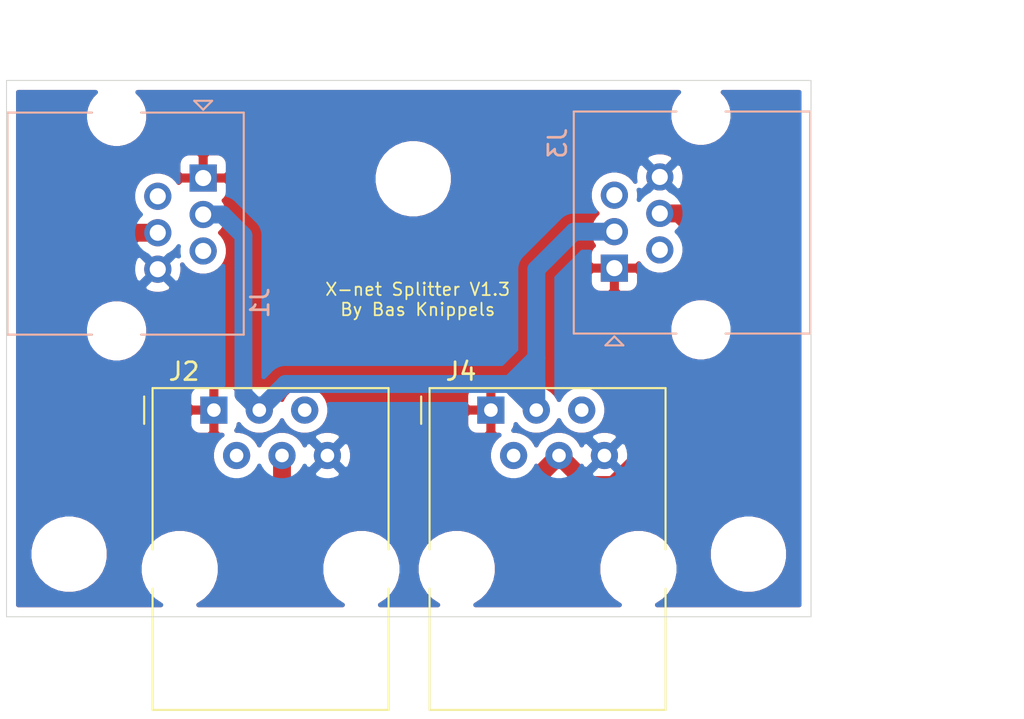
<source format=kicad_pcb>
(kicad_pcb (version 20171130) (host pcbnew "(5.1.6)-1")

  (general
    (thickness 1.6)
    (drawings 7)
    (tracks 36)
    (zones 0)
    (modules 7)
    (nets 7)
  )

  (page A4)
  (layers
    (0 F.Cu signal)
    (1 In1.Cu signal)
    (2 In2.Cu signal)
    (31 B.Cu signal)
    (32 B.Adhes user)
    (33 F.Adhes user)
    (34 B.Paste user)
    (35 F.Paste user)
    (36 B.SilkS user)
    (37 F.SilkS user)
    (38 B.Mask user)
    (39 F.Mask user)
    (40 Dwgs.User user)
    (41 Cmts.User user)
    (42 Eco1.User user)
    (43 Eco2.User user)
    (44 Edge.Cuts user)
    (45 Margin user)
    (46 B.CrtYd user hide)
    (47 F.CrtYd user hide)
    (48 B.Fab user hide)
    (49 F.Fab user hide)
  )

  (setup
    (last_trace_width 1)
    (user_trace_width 0.5)
    (user_trace_width 0.6)
    (user_trace_width 1)
    (trace_clearance 0.2)
    (zone_clearance 0.508)
    (zone_45_only no)
    (trace_min 0.2)
    (via_size 0.8)
    (via_drill 0.4)
    (via_min_size 0.4)
    (via_min_drill 0.3)
    (uvia_size 0.3)
    (uvia_drill 0.1)
    (uvias_allowed no)
    (uvia_min_size 0.2)
    (uvia_min_drill 0.1)
    (edge_width 0.05)
    (segment_width 0.2)
    (pcb_text_width 0.3)
    (pcb_text_size 1.5 1.5)
    (mod_edge_width 0.12)
    (mod_text_size 1 1)
    (mod_text_width 0.15)
    (pad_size 1.524 1.524)
    (pad_drill 0.762)
    (pad_to_mask_clearance 0.05)
    (aux_axis_origin 0 0)
    (visible_elements 7FFFFFFF)
    (pcbplotparams
      (layerselection 0x010fc_ffffffff)
      (usegerberextensions false)
      (usegerberattributes true)
      (usegerberadvancedattributes true)
      (creategerberjobfile true)
      (excludeedgelayer true)
      (linewidth 0.100000)
      (plotframeref false)
      (viasonmask false)
      (mode 1)
      (useauxorigin false)
      (hpglpennumber 1)
      (hpglpenspeed 20)
      (hpglpendiameter 15.000000)
      (psnegative false)
      (psa4output false)
      (plotreference true)
      (plotvalue true)
      (plotinvisibletext false)
      (padsonsilk false)
      (subtractmaskfromsilk false)
      (outputformat 1)
      (mirror false)
      (drillshape 0)
      (scaleselection 1)
      (outputdirectory ""))
  )

  (net 0 "")
  (net 1 "Net-(J1-Pad1)")
  (net 2 "Net-(J1-Pad3)")
  (net 3 "Net-(J1-Pad4)")
  (net 4 "Net-(J1-Pad6)")
  (net 5 "Net-(J1-Pad2)")
  (net 6 "Net-(J1-Pad5)")

  (net_class Default "This is the default net class."
    (clearance 0.2)
    (trace_width 0.25)
    (via_dia 0.8)
    (via_drill 0.4)
    (uvia_dia 0.3)
    (uvia_drill 0.1)
    (add_net "Net-(J1-Pad1)")
    (add_net "Net-(J1-Pad2)")
    (add_net "Net-(J1-Pad3)")
    (add_net "Net-(J1-Pad4)")
    (add_net "Net-(J1-Pad5)")
    (add_net "Net-(J1-Pad6)")
  )

  (module Connector_RJ:RJ12_Amphenol_54601 (layer F.Cu) (tedit 5AE2E32D) (tstamp 61CBEB73)
    (at 109.093 91.44)
    (descr "RJ12 connector  https://cdn.amphenol-icc.com/media/wysiwyg/files/drawing/c-bmj-0082.pdf")
    (tags "RJ12 connector")
    (path /608D44A4)
    (fp_text reference J4 (at -1.67 -2.16) (layer F.SilkS)
      (effects (font (size 1 1) (thickness 0.15)))
    )
    (fp_text value RJ12 (at 3.54 18.3) (layer F.Fab)
      (effects (font (size 1 1) (thickness 0.15)))
    )
    (fp_text user %R (at 3.16 7.76) (layer F.Fab)
      (effects (font (size 1 1) (thickness 0.15)))
    )
    (fp_line (start -3.43 -0.48) (end -3.43 -1.23) (layer F.Fab) (width 0.1))
    (fp_line (start -2.93 0.02) (end -3.43 -0.48) (layer F.Fab) (width 0.1))
    (fp_line (start -3.43 0.52) (end -2.93 0.02) (layer F.Fab) (width 0.1))
    (fp_line (start -3.9 0.77) (end -3.9 -0.76) (layer F.SilkS) (width 0.12))
    (fp_line (start -3.43 7.79) (end -3.43 -1.23) (layer F.SilkS) (width 0.12))
    (fp_line (start -3.43 7.72) (end -3.43 7.79) (layer F.SilkS) (width 0.1))
    (fp_line (start -3.43 16.77) (end -3.43 9.99) (layer F.SilkS) (width 0.12))
    (fp_line (start 9.77 16.77) (end -3.43 16.77) (layer F.SilkS) (width 0.12))
    (fp_line (start 9.77 16.76) (end 9.77 16.77) (layer F.SilkS) (width 0.1))
    (fp_line (start 9.77 16.77) (end 9.77 9.99) (layer F.SilkS) (width 0.12))
    (fp_line (start 9.77 16.65) (end 9.77 16.77) (layer F.SilkS) (width 0.1))
    (fp_line (start 9.77 -1.23) (end 9.77 7.79) (layer F.SilkS) (width 0.12))
    (fp_line (start -3.43 -1.23) (end 9.77 -1.23) (layer F.SilkS) (width 0.12))
    (fp_line (start -4.04 17.27) (end -4.04 -1.73) (layer F.CrtYd) (width 0.05))
    (fp_line (start 10.38 17.27) (end -4.04 17.27) (layer F.CrtYd) (width 0.05))
    (fp_line (start 10.38 -1.73) (end 10.38 17.27) (layer F.CrtYd) (width 0.05))
    (fp_line (start -4.04 -1.73) (end 10.38 -1.73) (layer F.CrtYd) (width 0.05))
    (fp_line (start 9.77 16.77) (end -3.43 16.77) (layer F.Fab) (width 0.1))
    (fp_line (start 9.77 -1.23) (end 9.77 16.77) (layer F.Fab) (width 0.1))
    (fp_line (start -3.43 -1.23) (end 9.77 -1.23) (layer F.Fab) (width 0.1))
    (fp_line (start -3.43 16.77) (end -3.43 0.52) (layer F.Fab) (width 0.1))
    (pad 1 thru_hole rect (at 0 0) (size 1.52 1.52) (drill 0.76) (layers *.Cu *.Mask)
      (net 1 "Net-(J1-Pad1)"))
    (pad "" np_thru_hole circle (at -1.91 8.89) (size 3.25 3.25) (drill 3.25) (layers *.Cu *.Mask))
    (pad 2 thru_hole circle (at 1.27 2.54) (size 1.52 1.52) (drill 0.76) (layers *.Cu *.Mask)
      (net 5 "Net-(J1-Pad2)"))
    (pad 3 thru_hole circle (at 2.54 0) (size 1.52 1.52) (drill 0.76) (layers *.Cu *.Mask)
      (net 2 "Net-(J1-Pad3)"))
    (pad 4 thru_hole circle (at 3.81 2.54) (size 1.52 1.52) (drill 0.76) (layers *.Cu *.Mask)
      (net 3 "Net-(J1-Pad4)"))
    (pad 5 thru_hole circle (at 5.08 0) (size 1.52 1.52) (drill 0.76) (layers *.Cu *.Mask)
      (net 6 "Net-(J1-Pad5)"))
    (pad 6 thru_hole circle (at 6.35 2.54) (size 1.52 1.52) (drill 0.76) (layers *.Cu *.Mask)
      (net 4 "Net-(J1-Pad6)"))
    (pad "" np_thru_hole circle (at 8.25 8.89) (size 3.25 3.25) (drill 3.25) (layers *.Cu *.Mask))
    (model ${KISYS3DMOD}/Connector_RJ.3dshapes/RJ12_Amphenol_54601.wrl
      (at (xyz 0 0 0))
      (scale (xyz 1 1 1))
      (rotate (xyz 0 0 0))
    )
  )

  (module Connector_RJ:RJ12_Amphenol_54601 (layer F.Cu) (tedit 5AE2E32D) (tstamp 6193FCB0)
    (at 93.599 91.44)
    (descr "RJ12 connector  https://cdn.amphenol-icc.com/media/wysiwyg/files/drawing/c-bmj-0082.pdf")
    (tags "RJ12 connector")
    (path /608D36DA)
    (fp_text reference J2 (at -1.67 -2.16) (layer F.SilkS)
      (effects (font (size 1 1) (thickness 0.15)))
    )
    (fp_text value RJ12 (at 3.54 18.3) (layer F.Fab)
      (effects (font (size 1 1) (thickness 0.15)))
    )
    (fp_text user %R (at 3.16 7.76) (layer F.Fab)
      (effects (font (size 1 1) (thickness 0.15)))
    )
    (fp_line (start -3.43 -0.48) (end -3.43 -1.23) (layer F.Fab) (width 0.1))
    (fp_line (start -2.93 0.02) (end -3.43 -0.48) (layer F.Fab) (width 0.1))
    (fp_line (start -3.43 0.52) (end -2.93 0.02) (layer F.Fab) (width 0.1))
    (fp_line (start -3.9 0.77) (end -3.9 -0.76) (layer F.SilkS) (width 0.12))
    (fp_line (start -3.43 7.79) (end -3.43 -1.23) (layer F.SilkS) (width 0.12))
    (fp_line (start -3.43 7.72) (end -3.43 7.79) (layer F.SilkS) (width 0.1))
    (fp_line (start -3.43 16.77) (end -3.43 9.99) (layer F.SilkS) (width 0.12))
    (fp_line (start 9.77 16.77) (end -3.43 16.77) (layer F.SilkS) (width 0.12))
    (fp_line (start 9.77 16.76) (end 9.77 16.77) (layer F.SilkS) (width 0.1))
    (fp_line (start 9.77 16.77) (end 9.77 9.99) (layer F.SilkS) (width 0.12))
    (fp_line (start 9.77 16.65) (end 9.77 16.77) (layer F.SilkS) (width 0.1))
    (fp_line (start 9.77 -1.23) (end 9.77 7.79) (layer F.SilkS) (width 0.12))
    (fp_line (start -3.43 -1.23) (end 9.77 -1.23) (layer F.SilkS) (width 0.12))
    (fp_line (start -4.04 17.27) (end -4.04 -1.73) (layer F.CrtYd) (width 0.05))
    (fp_line (start 10.38 17.27) (end -4.04 17.27) (layer F.CrtYd) (width 0.05))
    (fp_line (start 10.38 -1.73) (end 10.38 17.27) (layer F.CrtYd) (width 0.05))
    (fp_line (start -4.04 -1.73) (end 10.38 -1.73) (layer F.CrtYd) (width 0.05))
    (fp_line (start 9.77 16.77) (end -3.43 16.77) (layer F.Fab) (width 0.1))
    (fp_line (start 9.77 -1.23) (end 9.77 16.77) (layer F.Fab) (width 0.1))
    (fp_line (start -3.43 -1.23) (end 9.77 -1.23) (layer F.Fab) (width 0.1))
    (fp_line (start -3.43 16.77) (end -3.43 0.52) (layer F.Fab) (width 0.1))
    (pad 1 thru_hole rect (at 0 0) (size 1.52 1.52) (drill 0.76) (layers *.Cu *.Mask)
      (net 1 "Net-(J1-Pad1)"))
    (pad "" np_thru_hole circle (at -1.91 8.89) (size 3.25 3.25) (drill 3.25) (layers *.Cu *.Mask))
    (pad 2 thru_hole circle (at 1.27 2.54) (size 1.52 1.52) (drill 0.76) (layers *.Cu *.Mask)
      (net 5 "Net-(J1-Pad2)"))
    (pad 3 thru_hole circle (at 2.54 0) (size 1.52 1.52) (drill 0.76) (layers *.Cu *.Mask)
      (net 2 "Net-(J1-Pad3)"))
    (pad 4 thru_hole circle (at 3.81 2.54) (size 1.52 1.52) (drill 0.76) (layers *.Cu *.Mask)
      (net 3 "Net-(J1-Pad4)"))
    (pad 5 thru_hole circle (at 5.08 0) (size 1.52 1.52) (drill 0.76) (layers *.Cu *.Mask)
      (net 6 "Net-(J1-Pad5)"))
    (pad 6 thru_hole circle (at 6.35 2.54) (size 1.52 1.52) (drill 0.76) (layers *.Cu *.Mask)
      (net 4 "Net-(J1-Pad6)"))
    (pad "" np_thru_hole circle (at 8.25 8.89) (size 3.25 3.25) (drill 3.25) (layers *.Cu *.Mask))
    (model ${KISYS3DMOD}/Connector_RJ.3dshapes/RJ12_Amphenol_54601.wrl
      (at (xyz 0 0 0))
      (scale (xyz 1 1 1))
      (rotate (xyz 0 0 0))
    )
  )

  (module Connector_RJ:RJ25_Wayconn_MJEA-660X1_Horizontal (layer B.Cu) (tedit 5DC188C6) (tstamp 6193FCD3)
    (at 116 83.5 270)
    (descr "RJ25 6P6C Socket 90 degrees, https://wayconn.com/wp-content/themes/way/datasheet/MJEA-660X1XXX_RJ25_6P6C_PCB_RA.pdf")
    (tags "RJ12 RJ18 RJ25 jack connector 6P6C")
    (path /608D3AF7)
    (fp_text reference J3 (at -6.985 3.175 90) (layer B.SilkS)
      (effects (font (size 1 1) (thickness 0.15)) (justify mirror))
    )
    (fp_text value RJ12 (at -2.55 -12.315 90) (layer B.Fab)
      (effects (font (size 1 1) (thickness 0.15)) (justify mirror))
    )
    (fp_line (start -8.76 2.27) (end -8.76 -3.47) (layer B.SilkS) (width 0.12))
    (fp_line (start 3.66 2.27) (end 3.66 -3.47) (layer B.SilkS) (width 0.12))
    (fp_line (start -8.76 -10.95) (end 3.66 -10.95) (layer B.SilkS) (width 0.12))
    (fp_line (start -8.76 2.27) (end 3.66 2.27) (layer B.SilkS) (width 0.12))
    (fp_line (start -8.76 -6.22) (end -8.76 -10.95) (layer B.SilkS) (width 0.12))
    (fp_line (start 3.66 -6.22) (end 3.66 -10.95) (layer B.SilkS) (width 0.12))
    (fp_line (start -10.2 2.66) (end 5.1 2.66) (layer B.CrtYd) (width 0.05))
    (fp_line (start -10.2 2.66) (end -10.2 -11.34) (layer B.CrtYd) (width 0.05))
    (fp_line (start 5.1 -11.34) (end 5.1 2.66) (layer B.CrtYd) (width 0.05))
    (fp_line (start 5.1 -11.34) (end -10.2 -11.34) (layer B.CrtYd) (width 0.05))
    (fp_line (start -8.65 2.16) (end -8.65 -3.47) (layer B.Fab) (width 0.1))
    (fp_line (start -8.65 -10.84) (end 3.55 -10.84) (layer B.Fab) (width 0.1))
    (fp_line (start 3.55 -6.22) (end 3.55 -10.84) (layer B.Fab) (width 0.1))
    (fp_line (start -8.65 -6.22) (end -8.65 -10.84) (layer B.Fab) (width 0.1))
    (fp_line (start -8.65 2.16) (end 3.55 2.16) (layer B.Fab) (width 0.1))
    (fp_line (start 3.55 -0.5) (end 3.55 -3.47) (layer B.Fab) (width 0.1))
    (fp_line (start 3.55 2.16) (end 3.55 0.5) (layer B.Fab) (width 0.1))
    (fp_line (start 3.55 0.5) (end 3.05 0) (layer B.Fab) (width 0.1))
    (fp_line (start 3.05 0) (end 3.55 -0.5) (layer B.Fab) (width 0.1))
    (fp_line (start 3.82 0) (end 4.32 -0.5) (layer B.SilkS) (width 0.12))
    (fp_line (start 4.32 0.5) (end 3.82 0) (layer B.SilkS) (width 0.12))
    (fp_line (start 4.32 0.5) (end 4.32 -0.5) (layer B.SilkS) (width 0.12))
    (fp_text user %R (at -2.55 -4.445 90) (layer B.Fab)
      (effects (font (size 1 1) (thickness 0.15)) (justify mirror))
    )
    (pad "" np_thru_hole circle (at -8.55 -4.84 270) (size 2.3 2.3) (drill 2.3) (layers *.Cu *.Mask))
    (pad "" np_thru_hole circle (at 3.45 -4.84 270) (size 2.3 2.3) (drill 2.3) (layers *.Cu *.Mask))
    (pad 6 thru_hole circle (at -5.1 -2.54 270) (size 1.52 1.52) (drill 0.9) (layers *.Cu *.Mask)
      (net 4 "Net-(J1-Pad6)"))
    (pad 5 thru_hole circle (at -4.08 0 270) (size 1.52 1.52) (drill 0.9) (layers *.Cu *.Mask)
      (net 6 "Net-(J1-Pad5)"))
    (pad 4 thru_hole circle (at -3.06 -2.54 270) (size 1.52 1.52) (drill 0.9) (layers *.Cu *.Mask)
      (net 3 "Net-(J1-Pad4)"))
    (pad 3 thru_hole circle (at -2.04 0 270) (size 1.52 1.52) (drill 0.9) (layers *.Cu *.Mask)
      (net 2 "Net-(J1-Pad3)"))
    (pad 2 thru_hole circle (at -1.02 -2.54 270) (size 1.52 1.52) (drill 0.9) (layers *.Cu *.Mask)
      (net 5 "Net-(J1-Pad2)"))
    (pad 1 thru_hole rect (at 0 0 270) (size 1.52 1.52) (drill 0.9) (layers *.Cu *.Mask)
      (net 1 "Net-(J1-Pad1)"))
    (model ${KISYS3DMOD}/Connector_RJ.3dshapes/RJ25_Wayconn_MJEA-660X1_Horizontal.wrl
      (at (xyz 0 0 0))
      (scale (xyz 1 1 1))
      (rotate (xyz 0 0 0))
    )
  )

  (module Connector_RJ:RJ25_Wayconn_MJEA-660X1_Horizontal (layer B.Cu) (tedit 5DC188C6) (tstamp 6193FC8D)
    (at 93 78.46 90)
    (descr "RJ25 6P6C Socket 90 degrees, https://wayconn.com/wp-content/themes/way/datasheet/MJEA-660X1XXX_RJ25_6P6C_PCB_RA.pdf")
    (tags "RJ12 RJ18 RJ25 jack connector 6P6C")
    (path /608D1C2A)
    (fp_text reference J1 (at -6.985 3.175 90) (layer B.SilkS)
      (effects (font (size 1 1) (thickness 0.15)) (justify mirror))
    )
    (fp_text value RJ12 (at -2.55 -12.315 90) (layer B.Fab)
      (effects (font (size 1 1) (thickness 0.15)) (justify mirror))
    )
    (fp_line (start -8.76 2.27) (end -8.76 -3.47) (layer B.SilkS) (width 0.12))
    (fp_line (start 3.66 2.27) (end 3.66 -3.47) (layer B.SilkS) (width 0.12))
    (fp_line (start -8.76 -10.95) (end 3.66 -10.95) (layer B.SilkS) (width 0.12))
    (fp_line (start -8.76 2.27) (end 3.66 2.27) (layer B.SilkS) (width 0.12))
    (fp_line (start -8.76 -6.22) (end -8.76 -10.95) (layer B.SilkS) (width 0.12))
    (fp_line (start 3.66 -6.22) (end 3.66 -10.95) (layer B.SilkS) (width 0.12))
    (fp_line (start -10.2 2.66) (end 5.1 2.66) (layer B.CrtYd) (width 0.05))
    (fp_line (start -10.2 2.66) (end -10.2 -11.34) (layer B.CrtYd) (width 0.05))
    (fp_line (start 5.1 -11.34) (end 5.1 2.66) (layer B.CrtYd) (width 0.05))
    (fp_line (start 5.1 -11.34) (end -10.2 -11.34) (layer B.CrtYd) (width 0.05))
    (fp_line (start -8.65 2.16) (end -8.65 -3.47) (layer B.Fab) (width 0.1))
    (fp_line (start -8.65 -10.84) (end 3.55 -10.84) (layer B.Fab) (width 0.1))
    (fp_line (start 3.55 -6.22) (end 3.55 -10.84) (layer B.Fab) (width 0.1))
    (fp_line (start -8.65 -6.22) (end -8.65 -10.84) (layer B.Fab) (width 0.1))
    (fp_line (start -8.65 2.16) (end 3.55 2.16) (layer B.Fab) (width 0.1))
    (fp_line (start 3.55 -0.5) (end 3.55 -3.47) (layer B.Fab) (width 0.1))
    (fp_line (start 3.55 2.16) (end 3.55 0.5) (layer B.Fab) (width 0.1))
    (fp_line (start 3.55 0.5) (end 3.05 0) (layer B.Fab) (width 0.1))
    (fp_line (start 3.05 0) (end 3.55 -0.5) (layer B.Fab) (width 0.1))
    (fp_line (start 3.82 0) (end 4.32 -0.5) (layer B.SilkS) (width 0.12))
    (fp_line (start 4.32 0.5) (end 3.82 0) (layer B.SilkS) (width 0.12))
    (fp_line (start 4.32 0.5) (end 4.32 -0.5) (layer B.SilkS) (width 0.12))
    (fp_text user %R (at -2.55 -4.445 90) (layer B.Fab)
      (effects (font (size 1 1) (thickness 0.15)) (justify mirror))
    )
    (pad "" np_thru_hole circle (at -8.55 -4.84 90) (size 2.3 2.3) (drill 2.3) (layers *.Cu *.Mask))
    (pad "" np_thru_hole circle (at 3.45 -4.84 90) (size 2.3 2.3) (drill 2.3) (layers *.Cu *.Mask))
    (pad 6 thru_hole circle (at -5.1 -2.54 90) (size 1.52 1.52) (drill 0.9) (layers *.Cu *.Mask)
      (net 4 "Net-(J1-Pad6)"))
    (pad 5 thru_hole circle (at -4.08 0 90) (size 1.52 1.52) (drill 0.9) (layers *.Cu *.Mask)
      (net 6 "Net-(J1-Pad5)"))
    (pad 4 thru_hole circle (at -3.06 -2.54 90) (size 1.52 1.52) (drill 0.9) (layers *.Cu *.Mask)
      (net 3 "Net-(J1-Pad4)"))
    (pad 3 thru_hole circle (at -2.04 0 90) (size 1.52 1.52) (drill 0.9) (layers *.Cu *.Mask)
      (net 2 "Net-(J1-Pad3)"))
    (pad 2 thru_hole circle (at -1.02 -2.54 90) (size 1.52 1.52) (drill 0.9) (layers *.Cu *.Mask)
      (net 5 "Net-(J1-Pad2)"))
    (pad 1 thru_hole rect (at 0 0 90) (size 1.52 1.52) (drill 0.9) (layers *.Cu *.Mask)
      (net 1 "Net-(J1-Pad1)"))
    (model ${KISYS3DMOD}/Connector_RJ.3dshapes/RJ25_Wayconn_MJEA-660X1_Horizontal.wrl
      (at (xyz 0 0 0))
      (scale (xyz 1 1 1))
      (rotate (xyz 0 0 0))
    )
  )

  (module MountingHole:MountingHole_3.2mm_M3 (layer F.Cu) (tedit 56D1B4CB) (tstamp 609A394B)
    (at 104.75 78.5)
    (descr "Mounting Hole 3.2mm, no annular, M3")
    (tags "mounting hole 3.2mm no annular m3")
    (attr virtual)
    (fp_text reference REF** (at 0 -4.2) (layer F.Fab)
      (effects (font (size 1 1) (thickness 0.15)))
    )
    (fp_text value MountingHole_3.2mm_M3 (at 0 4.2) (layer F.Fab)
      (effects (font (size 1 1) (thickness 0.15)))
    )
    (fp_circle (center 0 0) (end 3.2 0) (layer Cmts.User) (width 0.15))
    (fp_circle (center 0 0) (end 3.45 0) (layer F.CrtYd) (width 0.05))
    (fp_text user %R (at 0.3 0) (layer F.Fab)
      (effects (font (size 1 1) (thickness 0.15)))
    )
    (pad 1 np_thru_hole circle (at 0 0) (size 3.2 3.2) (drill 3.2) (layers *.Cu *.Mask))
  )

  (module MountingHole:MountingHole_3.2mm_M3 (layer F.Cu) (tedit 56D1B4CB) (tstamp 608C1FFB)
    (at 85.5 99.5)
    (descr "Mounting Hole 3.2mm, no annular, M3")
    (tags "mounting hole 3.2mm no annular m3")
    (attr virtual)
    (fp_text reference REF** (at 0 -4.2) (layer F.Fab)
      (effects (font (size 1 1) (thickness 0.15)))
    )
    (fp_text value MountingHole_3.2mm_M3 (at 0 4.2) (layer F.Fab)
      (effects (font (size 1 1) (thickness 0.15)))
    )
    (fp_circle (center 0 0) (end 3.2 0) (layer Cmts.User) (width 0.15))
    (fp_circle (center 0 0) (end 3.45 0) (layer F.CrtYd) (width 0.05))
    (fp_text user %R (at 0.3 0) (layer F.Fab)
      (effects (font (size 1 1) (thickness 0.15)))
    )
    (pad 1 np_thru_hole circle (at 0 0) (size 3.2 3.2) (drill 3.2) (layers *.Cu *.Mask))
  )

  (module MountingHole:MountingHole_3.2mm_M3 (layer F.Cu) (tedit 56D1B4CB) (tstamp 608C1FFB)
    (at 123.5 99.5)
    (descr "Mounting Hole 3.2mm, no annular, M3")
    (tags "mounting hole 3.2mm no annular m3")
    (attr virtual)
    (fp_text reference REF** (at 0 -4.2) (layer F.Fab)
      (effects (font (size 1 1) (thickness 0.15)))
    )
    (fp_text value MountingHole_3.2mm_M3 (at 0 4.2) (layer F.Fab)
      (effects (font (size 1 1) (thickness 0.15)))
    )
    (fp_circle (center 0 0) (end 3.2 0) (layer Cmts.User) (width 0.15))
    (fp_circle (center 0 0) (end 3.45 0) (layer F.CrtYd) (width 0.05))
    (fp_text user %R (at 0.3 0) (layer F.Fab)
      (effects (font (size 1 1) (thickness 0.15)))
    )
    (pad 1 np_thru_hole circle (at 0 0) (size 3.2 3.2) (drill 3.2) (layers *.Cu *.Mask))
  )

  (dimension 30 (width 0.12) (layer Dwgs.User)
    (gr_text "30.000 mm" (at 137.541 88 270) (layer Dwgs.User)
      (effects (font (size 1 1) (thickness 0.15)))
    )
    (feature1 (pts (xy 127 103) (xy 136.857421 103)))
    (feature2 (pts (xy 127 73) (xy 136.857421 73)))
    (crossbar (pts (xy 136.271 73) (xy 136.271 103)))
    (arrow1a (pts (xy 136.271 103) (xy 135.684579 101.873496)))
    (arrow1b (pts (xy 136.271 103) (xy 136.857421 101.873496)))
    (arrow2a (pts (xy 136.271 73) (xy 135.684579 74.126504)))
    (arrow2b (pts (xy 136.271 73) (xy 136.857421 74.126504)))
  )
  (gr_line (start 82 103) (end 82 73) (layer Edge.Cuts) (width 0.05) (tstamp 609A3A4B))
  (gr_line (start 127 103) (end 82 103) (layer Edge.Cuts) (width 0.05))
  (gr_line (start 127 73) (end 127 103) (layer Edge.Cuts) (width 0.05))
  (dimension 45 (width 0.15) (layer Dwgs.User)
    (gr_text "45.000 mm" (at 104.5 69.2) (layer Dwgs.User)
      (effects (font (size 1 1) (thickness 0.15)))
    )
    (feature1 (pts (xy 127 73) (xy 127 69.913579)))
    (feature2 (pts (xy 82 73) (xy 82 69.913579)))
    (crossbar (pts (xy 82 70.5) (xy 127 70.5)))
    (arrow1a (pts (xy 127 70.5) (xy 125.873496 71.086421)))
    (arrow1b (pts (xy 127 70.5) (xy 125.873496 69.913579)))
    (arrow2a (pts (xy 82 70.5) (xy 83.126504 71.086421)))
    (arrow2b (pts (xy 82 70.5) (xy 83.126504 69.913579)))
  )
  (gr_line (start 127 73) (end 82 73) (layer Edge.Cuts) (width 0.05) (tstamp 609A3978))
  (gr_text "X-net Splitter V1.3\nBy Bas Knippels" (at 105 85.25) (layer F.SilkS)
    (effects (font (size 0.7 0.7) (thickness 0.1)))
  )

  (segment (start 113.739 81.46) (end 116 81.46) (width 1) (layer B.Cu) (net 2))
  (segment (start 111.633 83.566) (end 113.739 81.46) (width 1) (layer B.Cu) (net 2))
  (segment (start 97.599001 89.979999) (end 110.172999 89.979999) (width 1) (layer B.Cu) (net 2))
  (segment (start 96.139 91.44) (end 97.599001 89.979999) (width 1) (layer B.Cu) (net 2))
  (segment (start 110.172999 89.979001) (end 111.633 88.519) (width 1) (layer B.Cu) (net 2))
  (segment (start 110.172999 89.979999) (end 110.172999 89.979001) (width 1) (layer B.Cu) (net 2))
  (segment (start 111.633 88.519) (end 111.633 83.566) (width 1) (layer B.Cu) (net 2))
  (segment (start 111.633 89.916) (end 110.871 89.916) (width 1) (layer B.Cu) (net 2))
  (segment (start 111.633 91.44) (end 111.633 89.916) (width 1) (layer B.Cu) (net 2))
  (segment (start 110.871 89.916) (end 110.49 90.297) (width 1) (layer B.Cu) (net 2))
  (segment (start 111.633 89.916) (end 111.633 88.519) (width 1) (layer B.Cu) (net 2))
  (segment (start 110.172999 89.979999) (end 110.49 90.297) (width 1) (layer B.Cu) (net 2))
  (segment (start 110.49 90.297) (end 111.633 91.44) (width 1) (layer B.Cu) (net 2))
  (segment (start 96.139 91.44) (end 95.25 90.551) (width 1) (layer B.Cu) (net 2))
  (segment (start 94.074802 80.5) (end 93 80.5) (width 1) (layer B.Cu) (net 2))
  (segment (start 95.25 81.675198) (end 94.074802 80.5) (width 1) (layer B.Cu) (net 2))
  (segment (start 95.25 90.551) (end 95.25 81.675198) (width 1) (layer B.Cu) (net 2))
  (segment (start 90.46 81.52) (end 89.168 81.52) (width 1) (layer F.Cu) (net 3))
  (segment (start 89.168 81.52) (end 85.598 85.09) (width 1) (layer F.Cu) (net 3))
  (segment (start 85.598 85.09) (end 85.598 89.154) (width 1) (layer F.Cu) (net 3))
  (segment (start 85.598 89.154) (end 92.71 96.266) (width 1) (layer F.Cu) (net 3))
  (segment (start 92.71 96.266) (end 96.52 96.266) (width 1) (layer F.Cu) (net 3))
  (segment (start 96.52 96.266) (end 97.409 95.377) (width 1) (layer F.Cu) (net 3))
  (segment (start 97.409 93.98) (end 97.409 95.377) (width 1) (layer F.Cu) (net 3))
  (segment (start 98.171 96.139) (end 97.409 95.377) (width 1) (layer F.Cu) (net 3))
  (segment (start 98.044 96.266) (end 98.171 96.139) (width 1) (layer F.Cu) (net 3))
  (segment (start 96.52 96.266) (end 98.044 96.266) (width 1) (layer F.Cu) (net 3))
  (segment (start 110.617 96.266) (end 109.474 96.266) (width 1) (layer F.Cu) (net 3))
  (segment (start 112.903 93.98) (end 110.617 96.266) (width 1) (layer F.Cu) (net 3))
  (segment (start 109.474 96.266) (end 98.171 96.266) (width 1) (layer F.Cu) (net 3))
  (segment (start 112.903 93.98) (end 114.554 95.631) (width 1) (layer F.Cu) (net 3))
  (segment (start 115.952802 95.631) (end 123.19 88.393802) (width 1) (layer F.Cu) (net 3))
  (segment (start 114.554 95.631) (end 115.952802 95.631) (width 1) (layer F.Cu) (net 3))
  (segment (start 119.614802 80.44) (end 118.54 80.44) (width 1) (layer F.Cu) (net 3))
  (segment (start 123.19 84.015198) (end 119.614802 80.44) (width 1) (layer F.Cu) (net 3))
  (segment (start 123.19 88.393802) (end 123.19 84.015198) (width 1) (layer F.Cu) (net 3))

  (zone (net 1) (net_name "Net-(J1-Pad1)") (layer F.Cu) (tstamp 0) (hatch edge 0.508)
    (connect_pads (clearance 0.508))
    (min_thickness 0.254)
    (fill yes (arc_segments 32) (thermal_gap 0.508) (thermal_bridge_width 0.508))
    (polygon
      (pts
        (xy 126.873 102.87) (xy 82.169 102.87) (xy 82.169 73.152) (xy 126.873 73.152)
      )
    )
    (filled_polygon
      (pts
        (xy 86.7735 73.872129) (xy 86.578153 74.164485) (xy 86.443596 74.489335) (xy 86.375 74.834193) (xy 86.375 75.185807)
        (xy 86.443596 75.530665) (xy 86.578153 75.855515) (xy 86.7735 76.147871) (xy 87.022129 76.3965) (xy 87.314485 76.591847)
        (xy 87.639335 76.726404) (xy 87.984193 76.795) (xy 88.335807 76.795) (xy 88.680665 76.726404) (xy 89.005515 76.591847)
        (xy 89.297871 76.3965) (xy 89.5465 76.147871) (xy 89.741847 75.855515) (xy 89.876404 75.530665) (xy 89.945 75.185807)
        (xy 89.945 74.834193) (xy 89.876404 74.489335) (xy 89.741847 74.164485) (xy 89.5465 73.872129) (xy 89.334371 73.66)
        (xy 119.605629 73.66) (xy 119.4535 73.812129) (xy 119.258153 74.104485) (xy 119.123596 74.429335) (xy 119.055 74.774193)
        (xy 119.055 75.125807) (xy 119.123596 75.470665) (xy 119.258153 75.795515) (xy 119.4535 76.087871) (xy 119.702129 76.3365)
        (xy 119.994485 76.531847) (xy 120.319335 76.666404) (xy 120.664193 76.735) (xy 121.015807 76.735) (xy 121.360665 76.666404)
        (xy 121.685515 76.531847) (xy 121.977871 76.3365) (xy 122.2265 76.087871) (xy 122.421847 75.795515) (xy 122.556404 75.470665)
        (xy 122.625 75.125807) (xy 122.625 74.774193) (xy 122.556404 74.429335) (xy 122.421847 74.104485) (xy 122.2265 73.812129)
        (xy 122.074371 73.66) (xy 126.34 73.66) (xy 126.340001 102.34) (xy 118.396095 102.34) (xy 118.413511 102.332786)
        (xy 118.783666 102.085456) (xy 119.098456 101.770666) (xy 119.345786 101.400511) (xy 119.516149 100.989218) (xy 119.603 100.552591)
        (xy 119.603 100.107409) (xy 119.516149 99.670782) (xy 119.354229 99.279872) (xy 121.265 99.279872) (xy 121.265 99.720128)
        (xy 121.35089 100.151925) (xy 121.519369 100.558669) (xy 121.763962 100.924729) (xy 122.075271 101.236038) (xy 122.441331 101.480631)
        (xy 122.848075 101.64911) (xy 123.279872 101.735) (xy 123.720128 101.735) (xy 124.151925 101.64911) (xy 124.558669 101.480631)
        (xy 124.924729 101.236038) (xy 125.236038 100.924729) (xy 125.480631 100.558669) (xy 125.64911 100.151925) (xy 125.735 99.720128)
        (xy 125.735 99.279872) (xy 125.64911 98.848075) (xy 125.480631 98.441331) (xy 125.236038 98.075271) (xy 124.924729 97.763962)
        (xy 124.558669 97.519369) (xy 124.151925 97.35089) (xy 123.720128 97.265) (xy 123.279872 97.265) (xy 122.848075 97.35089)
        (xy 122.441331 97.519369) (xy 122.075271 97.763962) (xy 121.763962 98.075271) (xy 121.519369 98.441331) (xy 121.35089 98.848075)
        (xy 121.265 99.279872) (xy 119.354229 99.279872) (xy 119.345786 99.259489) (xy 119.098456 98.889334) (xy 118.783666 98.574544)
        (xy 118.413511 98.327214) (xy 118.002218 98.156851) (xy 117.565591 98.07) (xy 117.120409 98.07) (xy 116.683782 98.156851)
        (xy 116.272489 98.327214) (xy 115.902334 98.574544) (xy 115.587544 98.889334) (xy 115.340214 99.259489) (xy 115.169851 99.670782)
        (xy 115.083 100.107409) (xy 115.083 100.552591) (xy 115.169851 100.989218) (xy 115.340214 101.400511) (xy 115.587544 101.770666)
        (xy 115.902334 102.085456) (xy 116.272489 102.332786) (xy 116.289905 102.34) (xy 108.236095 102.34) (xy 108.253511 102.332786)
        (xy 108.623666 102.085456) (xy 108.938456 101.770666) (xy 109.185786 101.400511) (xy 109.356149 100.989218) (xy 109.443 100.552591)
        (xy 109.443 100.107409) (xy 109.356149 99.670782) (xy 109.185786 99.259489) (xy 108.938456 98.889334) (xy 108.623666 98.574544)
        (xy 108.253511 98.327214) (xy 107.842218 98.156851) (xy 107.405591 98.07) (xy 106.960409 98.07) (xy 106.523782 98.156851)
        (xy 106.112489 98.327214) (xy 105.742334 98.574544) (xy 105.427544 98.889334) (xy 105.180214 99.259489) (xy 105.009851 99.670782)
        (xy 104.923 100.107409) (xy 104.923 100.552591) (xy 105.009851 100.989218) (xy 105.180214 101.400511) (xy 105.427544 101.770666)
        (xy 105.742334 102.085456) (xy 106.112489 102.332786) (xy 106.129905 102.34) (xy 102.902095 102.34) (xy 102.919511 102.332786)
        (xy 103.289666 102.085456) (xy 103.604456 101.770666) (xy 103.851786 101.400511) (xy 104.022149 100.989218) (xy 104.109 100.552591)
        (xy 104.109 100.107409) (xy 104.022149 99.670782) (xy 103.851786 99.259489) (xy 103.604456 98.889334) (xy 103.289666 98.574544)
        (xy 102.919511 98.327214) (xy 102.508218 98.156851) (xy 102.071591 98.07) (xy 101.626409 98.07) (xy 101.189782 98.156851)
        (xy 100.778489 98.327214) (xy 100.408334 98.574544) (xy 100.093544 98.889334) (xy 99.846214 99.259489) (xy 99.675851 99.670782)
        (xy 99.589 100.107409) (xy 99.589 100.552591) (xy 99.675851 100.989218) (xy 99.846214 101.400511) (xy 100.093544 101.770666)
        (xy 100.408334 102.085456) (xy 100.778489 102.332786) (xy 100.795905 102.34) (xy 92.742095 102.34) (xy 92.759511 102.332786)
        (xy 93.129666 102.085456) (xy 93.444456 101.770666) (xy 93.691786 101.400511) (xy 93.862149 100.989218) (xy 93.949 100.552591)
        (xy 93.949 100.107409) (xy 93.862149 99.670782) (xy 93.691786 99.259489) (xy 93.444456 98.889334) (xy 93.129666 98.574544)
        (xy 92.759511 98.327214) (xy 92.348218 98.156851) (xy 91.911591 98.07) (xy 91.466409 98.07) (xy 91.029782 98.156851)
        (xy 90.618489 98.327214) (xy 90.248334 98.574544) (xy 89.933544 98.889334) (xy 89.686214 99.259489) (xy 89.515851 99.670782)
        (xy 89.429 100.107409) (xy 89.429 100.552591) (xy 89.515851 100.989218) (xy 89.686214 101.400511) (xy 89.933544 101.770666)
        (xy 90.248334 102.085456) (xy 90.618489 102.332786) (xy 90.635905 102.34) (xy 82.66 102.34) (xy 82.66 99.279872)
        (xy 83.265 99.279872) (xy 83.265 99.720128) (xy 83.35089 100.151925) (xy 83.519369 100.558669) (xy 83.763962 100.924729)
        (xy 84.075271 101.236038) (xy 84.441331 101.480631) (xy 84.848075 101.64911) (xy 85.279872 101.735) (xy 85.720128 101.735)
        (xy 86.151925 101.64911) (xy 86.558669 101.480631) (xy 86.924729 101.236038) (xy 87.236038 100.924729) (xy 87.480631 100.558669)
        (xy 87.64911 100.151925) (xy 87.735 99.720128) (xy 87.735 99.279872) (xy 87.64911 98.848075) (xy 87.480631 98.441331)
        (xy 87.236038 98.075271) (xy 86.924729 97.763962) (xy 86.558669 97.519369) (xy 86.151925 97.35089) (xy 85.720128 97.265)
        (xy 85.279872 97.265) (xy 84.848075 97.35089) (xy 84.441331 97.519369) (xy 84.075271 97.763962) (xy 83.763962 98.075271)
        (xy 83.519369 98.441331) (xy 83.35089 98.848075) (xy 83.265 99.279872) (xy 82.66 99.279872) (xy 82.66 85.09)
        (xy 84.457509 85.09) (xy 84.463 85.145752) (xy 84.463001 89.098239) (xy 84.457509 89.154) (xy 84.479423 89.376498)
        (xy 84.544324 89.590446) (xy 84.544325 89.590447) (xy 84.649717 89.787623) (xy 84.791552 89.960449) (xy 84.83486 89.995991)
        (xy 91.868009 97.029141) (xy 91.903551 97.072449) (xy 92.050048 97.192676) (xy 92.076377 97.214284) (xy 92.273553 97.319676)
        (xy 92.487501 97.384577) (xy 92.71 97.406491) (xy 92.765752 97.401) (xy 96.464249 97.401) (xy 96.52 97.406491)
        (xy 96.575751 97.401) (xy 97.988249 97.401) (xy 98.044 97.406491) (xy 98.099751 97.401) (xy 98.099752 97.401)
        (xy 98.1075 97.400237) (xy 98.115248 97.401) (xy 110.561249 97.401) (xy 110.617 97.406491) (xy 110.672751 97.401)
        (xy 110.672752 97.401) (xy 110.839499 97.384577) (xy 111.053447 97.319676) (xy 111.250623 97.214284) (xy 111.423449 97.072449)
        (xy 111.458996 97.029135) (xy 112.903 95.585132) (xy 113.712013 96.394146) (xy 113.747551 96.437449) (xy 113.790854 96.472987)
        (xy 113.790856 96.472989) (xy 113.920377 96.579284) (xy 114.117553 96.684676) (xy 114.331501 96.749577) (xy 114.554 96.771491)
        (xy 114.609752 96.766) (xy 115.897051 96.766) (xy 115.952802 96.771491) (xy 116.008553 96.766) (xy 116.008554 96.766)
        (xy 116.175301 96.749577) (xy 116.389249 96.684676) (xy 116.586425 96.579284) (xy 116.759251 96.437449) (xy 116.794798 96.394135)
        (xy 123.953146 89.235789) (xy 123.996449 89.200251) (xy 124.034407 89.154) (xy 124.138284 89.027425) (xy 124.243676 88.830249)
        (xy 124.308577 88.616301) (xy 124.316895 88.531847) (xy 124.325 88.449554) (xy 124.325 88.449553) (xy 124.330491 88.393802)
        (xy 124.325 88.33805) (xy 124.325 84.070939) (xy 124.33049 84.015197) (xy 124.325 83.959455) (xy 124.325 83.959446)
        (xy 124.308577 83.792699) (xy 124.243676 83.578751) (xy 124.138284 83.381575) (xy 123.996449 83.208749) (xy 123.953141 83.173207)
        (xy 120.456798 79.676865) (xy 120.421251 79.633551) (xy 120.248425 79.491716) (xy 120.051249 79.386324) (xy 119.837301 79.321423)
        (xy 119.670554 79.305) (xy 119.670553 79.305) (xy 119.614802 79.299509) (xy 119.613157 79.299671) (xy 119.623567 79.289261)
        (xy 119.776233 79.06078) (xy 119.881391 78.806907) (xy 119.935 78.537396) (xy 119.935 78.262604) (xy 119.881391 77.993093)
        (xy 119.776233 77.73922) (xy 119.623567 77.510739) (xy 119.429261 77.316433) (xy 119.20078 77.163767) (xy 118.946907 77.058609)
        (xy 118.677396 77.005) (xy 118.402604 77.005) (xy 118.133093 77.058609) (xy 117.87922 77.163767) (xy 117.650739 77.316433)
        (xy 117.456433 77.510739) (xy 117.303767 77.73922) (xy 117.198609 77.993093) (xy 117.145 78.262604) (xy 117.145 78.537396)
        (xy 117.169155 78.65883) (xy 117.083567 78.530739) (xy 116.889261 78.336433) (xy 116.66078 78.183767) (xy 116.406907 78.078609)
        (xy 116.137396 78.025) (xy 115.862604 78.025) (xy 115.593093 78.078609) (xy 115.33922 78.183767) (xy 115.110739 78.336433)
        (xy 114.916433 78.530739) (xy 114.763767 78.75922) (xy 114.658609 79.013093) (xy 114.605 79.282604) (xy 114.605 79.557396)
        (xy 114.658609 79.826907) (xy 114.763767 80.08078) (xy 114.916433 80.309261) (xy 115.047172 80.44) (xy 114.916433 80.570739)
        (xy 114.763767 80.79922) (xy 114.658609 81.053093) (xy 114.605 81.322604) (xy 114.605 81.597396) (xy 114.658609 81.866907)
        (xy 114.763767 82.12078) (xy 114.845152 82.242581) (xy 114.788815 82.288815) (xy 114.709463 82.385506) (xy 114.650498 82.49582)
        (xy 114.614188 82.615518) (xy 114.601928 82.74) (xy 114.605 83.21425) (xy 114.76375 83.373) (xy 115.873 83.373)
        (xy 115.873 83.353) (xy 116.127 83.353) (xy 116.127 83.373) (xy 117.23625 83.373) (xy 117.369738 83.239512)
        (xy 117.456433 83.369261) (xy 117.650739 83.563567) (xy 117.87922 83.716233) (xy 118.133093 83.821391) (xy 118.402604 83.875)
        (xy 118.677396 83.875) (xy 118.946907 83.821391) (xy 119.20078 83.716233) (xy 119.429261 83.563567) (xy 119.623567 83.369261)
        (xy 119.776233 83.14078) (xy 119.881391 82.886907) (xy 119.935 82.617396) (xy 119.935 82.365329) (xy 122.055001 84.485331)
        (xy 122.055001 85.64063) (xy 121.977871 85.5635) (xy 121.685515 85.368153) (xy 121.360665 85.233596) (xy 121.015807 85.165)
        (xy 120.664193 85.165) (xy 120.319335 85.233596) (xy 119.994485 85.368153) (xy 119.702129 85.5635) (xy 119.4535 85.812129)
        (xy 119.258153 86.104485) (xy 119.123596 86.429335) (xy 119.055 86.774193) (xy 119.055 87.125807) (xy 119.123596 87.470665)
        (xy 119.258153 87.795515) (xy 119.4535 88.087871) (xy 119.702129 88.3365) (xy 119.994485 88.531847) (xy 120.319335 88.666404)
        (xy 120.664193 88.735) (xy 121.015807 88.735) (xy 121.300248 88.678422) (xy 116.671309 93.307361) (xy 116.526567 93.090739)
        (xy 116.332261 92.896433) (xy 116.10378 92.743767) (xy 115.849907 92.638609) (xy 115.580396 92.585) (xy 115.305604 92.585)
        (xy 115.036093 92.638609) (xy 114.78222 92.743767) (xy 114.553739 92.896433) (xy 114.359433 93.090739) (xy 114.206767 93.31922)
        (xy 114.173 93.40074) (xy 114.139233 93.31922) (xy 113.986567 93.090739) (xy 113.792261 92.896433) (xy 113.56378 92.743767)
        (xy 113.309907 92.638609) (xy 113.040396 92.585) (xy 112.765604 92.585) (xy 112.496093 92.638609) (xy 112.24222 92.743767)
        (xy 112.013739 92.896433) (xy 111.819433 93.090739) (xy 111.666767 93.31922) (xy 111.633 93.40074) (xy 111.599233 93.31922)
        (xy 111.446567 93.090739) (xy 111.252261 92.896433) (xy 111.02378 92.743767) (xy 110.769907 92.638609) (xy 110.500396 92.585)
        (xy 110.358501 92.585) (xy 110.383537 92.554494) (xy 110.442502 92.44418) (xy 110.478812 92.324482) (xy 110.487474 92.236533)
        (xy 110.549433 92.329261) (xy 110.743739 92.523567) (xy 110.97222 92.676233) (xy 111.226093 92.781391) (xy 111.495604 92.835)
        (xy 111.770396 92.835) (xy 112.039907 92.781391) (xy 112.29378 92.676233) (xy 112.522261 92.523567) (xy 112.716567 92.329261)
        (xy 112.869233 92.10078) (xy 112.903 92.01926) (xy 112.936767 92.10078) (xy 113.089433 92.329261) (xy 113.283739 92.523567)
        (xy 113.51222 92.676233) (xy 113.766093 92.781391) (xy 114.035604 92.835) (xy 114.310396 92.835) (xy 114.579907 92.781391)
        (xy 114.83378 92.676233) (xy 115.062261 92.523567) (xy 115.256567 92.329261) (xy 115.409233 92.10078) (xy 115.514391 91.846907)
        (xy 115.568 91.577396) (xy 115.568 91.302604) (xy 115.514391 91.033093) (xy 115.409233 90.77922) (xy 115.256567 90.550739)
        (xy 115.062261 90.356433) (xy 114.83378 90.203767) (xy 114.579907 90.098609) (xy 114.310396 90.045) (xy 114.035604 90.045)
        (xy 113.766093 90.098609) (xy 113.51222 90.203767) (xy 113.283739 90.356433) (xy 113.089433 90.550739) (xy 112.936767 90.77922)
        (xy 112.903 90.86074) (xy 112.869233 90.77922) (xy 112.716567 90.550739) (xy 112.522261 90.356433) (xy 112.29378 90.203767)
        (xy 112.039907 90.098609) (xy 111.770396 90.045) (xy 111.495604 90.045) (xy 111.226093 90.098609) (xy 110.97222 90.203767)
        (xy 110.743739 90.356433) (xy 110.549433 90.550739) (xy 110.487474 90.643467) (xy 110.478812 90.555518) (xy 110.442502 90.43582)
        (xy 110.383537 90.325506) (xy 110.304185 90.228815) (xy 110.207494 90.149463) (xy 110.09718 90.090498) (xy 109.977482 90.054188)
        (xy 109.853 90.041928) (xy 109.37875 90.045) (xy 109.22 90.20375) (xy 109.22 91.313) (xy 109.24 91.313)
        (xy 109.24 91.567) (xy 109.22 91.567) (xy 109.22 92.67625) (xy 109.37875 92.835) (xy 109.563885 92.836199)
        (xy 109.473739 92.896433) (xy 109.279433 93.090739) (xy 109.126767 93.31922) (xy 109.021609 93.573093) (xy 108.968 93.842604)
        (xy 108.968 94.117396) (xy 109.021609 94.386907) (xy 109.126767 94.64078) (xy 109.279433 94.869261) (xy 109.473739 95.063567)
        (xy 109.57466 95.131) (xy 100.73734 95.131) (xy 100.838261 95.063567) (xy 101.032567 94.869261) (xy 101.185233 94.64078)
        (xy 101.290391 94.386907) (xy 101.344 94.117396) (xy 101.344 93.842604) (xy 101.290391 93.573093) (xy 101.185233 93.31922)
        (xy 101.032567 93.090739) (xy 100.838261 92.896433) (xy 100.60978 92.743767) (xy 100.355907 92.638609) (xy 100.086396 92.585)
        (xy 99.811604 92.585) (xy 99.542093 92.638609) (xy 99.28822 92.743767) (xy 99.059739 92.896433) (xy 98.865433 93.090739)
        (xy 98.712767 93.31922) (xy 98.679 93.40074) (xy 98.645233 93.31922) (xy 98.492567 93.090739) (xy 98.298261 92.896433)
        (xy 98.06978 92.743767) (xy 97.815907 92.638609) (xy 97.546396 92.585) (xy 97.271604 92.585) (xy 97.002093 92.638609)
        (xy 96.74822 92.743767) (xy 96.519739 92.896433) (xy 96.325433 93.090739) (xy 96.172767 93.31922) (xy 96.139 93.40074)
        (xy 96.105233 93.31922) (xy 95.952567 93.090739) (xy 95.758261 92.896433) (xy 95.52978 92.743767) (xy 95.275907 92.638609)
        (xy 95.006396 92.585) (xy 94.864501 92.585) (xy 94.889537 92.554494) (xy 94.948502 92.44418) (xy 94.984812 92.324482)
        (xy 94.993474 92.236533) (xy 95.055433 92.329261) (xy 95.249739 92.523567) (xy 95.47822 92.676233) (xy 95.732093 92.781391)
        (xy 96.001604 92.835) (xy 96.276396 92.835) (xy 96.545907 92.781391) (xy 96.79978 92.676233) (xy 97.028261 92.523567)
        (xy 97.222567 92.329261) (xy 97.375233 92.10078) (xy 97.409 92.01926) (xy 97.442767 92.10078) (xy 97.595433 92.329261)
        (xy 97.789739 92.523567) (xy 98.01822 92.676233) (xy 98.272093 92.781391) (xy 98.541604 92.835) (xy 98.816396 92.835)
        (xy 99.085907 92.781391) (xy 99.33978 92.676233) (xy 99.568261 92.523567) (xy 99.762567 92.329261) (xy 99.848936 92.2)
        (xy 107.694928 92.2) (xy 107.707188 92.324482) (xy 107.743498 92.44418) (xy 107.802463 92.554494) (xy 107.881815 92.651185)
        (xy 107.978506 92.730537) (xy 108.08882 92.789502) (xy 108.208518 92.825812) (xy 108.333 92.838072) (xy 108.80725 92.835)
        (xy 108.966 92.67625) (xy 108.966 91.567) (xy 107.85675 91.567) (xy 107.698 91.72575) (xy 107.694928 92.2)
        (xy 99.848936 92.2) (xy 99.915233 92.10078) (xy 100.020391 91.846907) (xy 100.074 91.577396) (xy 100.074 91.302604)
        (xy 100.020391 91.033093) (xy 99.915233 90.77922) (xy 99.848937 90.68) (xy 107.694928 90.68) (xy 107.698 91.15425)
        (xy 107.85675 91.313) (xy 108.966 91.313) (xy 108.966 90.20375) (xy 108.80725 90.045) (xy 108.333 90.041928)
        (xy 108.208518 90.054188) (xy 108.08882 90.090498) (xy 107.978506 90.149463) (xy 107.881815 90.228815) (xy 107.802463 90.325506)
        (xy 107.743498 90.43582) (xy 107.707188 90.555518) (xy 107.694928 90.68) (xy 99.848937 90.68) (xy 99.762567 90.550739)
        (xy 99.568261 90.356433) (xy 99.33978 90.203767) (xy 99.085907 90.098609) (xy 98.816396 90.045) (xy 98.541604 90.045)
        (xy 98.272093 90.098609) (xy 98.01822 90.203767) (xy 97.789739 90.356433) (xy 97.595433 90.550739) (xy 97.442767 90.77922)
        (xy 97.409 90.86074) (xy 97.375233 90.77922) (xy 97.222567 90.550739) (xy 97.028261 90.356433) (xy 96.79978 90.203767)
        (xy 96.545907 90.098609) (xy 96.276396 90.045) (xy 96.001604 90.045) (xy 95.732093 90.098609) (xy 95.47822 90.203767)
        (xy 95.249739 90.356433) (xy 95.055433 90.550739) (xy 94.993474 90.643467) (xy 94.984812 90.555518) (xy 94.948502 90.43582)
        (xy 94.889537 90.325506) (xy 94.810185 90.228815) (xy 94.713494 90.149463) (xy 94.60318 90.090498) (xy 94.483482 90.054188)
        (xy 94.359 90.041928) (xy 93.88475 90.045) (xy 93.726 90.20375) (xy 93.726 91.313) (xy 93.746 91.313)
        (xy 93.746 91.567) (xy 93.726 91.567) (xy 93.726 92.67625) (xy 93.88475 92.835) (xy 94.069885 92.836199)
        (xy 93.979739 92.896433) (xy 93.785433 93.090739) (xy 93.632767 93.31922) (xy 93.527609 93.573093) (xy 93.474 93.842604)
        (xy 93.474 94.117396) (xy 93.527609 94.386907) (xy 93.632767 94.64078) (xy 93.785433 94.869261) (xy 93.979739 95.063567)
        (xy 94.08066 95.131) (xy 93.180132 95.131) (xy 90.249132 92.2) (xy 92.200928 92.2) (xy 92.213188 92.324482)
        (xy 92.249498 92.44418) (xy 92.308463 92.554494) (xy 92.387815 92.651185) (xy 92.484506 92.730537) (xy 92.59482 92.789502)
        (xy 92.714518 92.825812) (xy 92.839 92.838072) (xy 93.31325 92.835) (xy 93.472 92.67625) (xy 93.472 91.567)
        (xy 92.36275 91.567) (xy 92.204 91.72575) (xy 92.200928 92.2) (xy 90.249132 92.2) (xy 88.729132 90.68)
        (xy 92.200928 90.68) (xy 92.204 91.15425) (xy 92.36275 91.313) (xy 93.472 91.313) (xy 93.472 90.20375)
        (xy 93.31325 90.045) (xy 92.839 90.041928) (xy 92.714518 90.054188) (xy 92.59482 90.090498) (xy 92.484506 90.149463)
        (xy 92.387815 90.228815) (xy 92.308463 90.325506) (xy 92.249498 90.43582) (xy 92.213188 90.555518) (xy 92.200928 90.68)
        (xy 88.729132 90.68) (xy 86.733 88.683869) (xy 86.733 88.087259) (xy 86.7735 88.147871) (xy 87.022129 88.3965)
        (xy 87.314485 88.591847) (xy 87.639335 88.726404) (xy 87.984193 88.795) (xy 88.335807 88.795) (xy 88.680665 88.726404)
        (xy 89.005515 88.591847) (xy 89.297871 88.3965) (xy 89.5465 88.147871) (xy 89.741847 87.855515) (xy 89.876404 87.530665)
        (xy 89.945 87.185807) (xy 89.945 86.834193) (xy 89.876404 86.489335) (xy 89.741847 86.164485) (xy 89.5465 85.872129)
        (xy 89.297871 85.6235) (xy 89.005515 85.428153) (xy 88.680665 85.293596) (xy 88.335807 85.225) (xy 87.984193 85.225)
        (xy 87.639335 85.293596) (xy 87.314485 85.428153) (xy 87.022129 85.6235) (xy 86.7735 85.872129) (xy 86.733 85.932741)
        (xy 86.733 85.560131) (xy 89.113288 83.179844) (xy 89.065 83.422604) (xy 89.065 83.697396) (xy 89.118609 83.966907)
        (xy 89.223767 84.22078) (xy 89.376433 84.449261) (xy 89.570739 84.643567) (xy 89.79922 84.796233) (xy 90.053093 84.901391)
        (xy 90.322604 84.955) (xy 90.597396 84.955) (xy 90.866907 84.901391) (xy 91.12078 84.796233) (xy 91.349261 84.643567)
        (xy 91.543567 84.449261) (xy 91.670027 84.26) (xy 114.601928 84.26) (xy 114.614188 84.384482) (xy 114.650498 84.50418)
        (xy 114.709463 84.614494) (xy 114.788815 84.711185) (xy 114.885506 84.790537) (xy 114.99582 84.849502) (xy 115.115518 84.885812)
        (xy 115.24 84.898072) (xy 115.71425 84.895) (xy 115.873 84.73625) (xy 115.873 83.627) (xy 116.127 83.627)
        (xy 116.127 84.73625) (xy 116.28575 84.895) (xy 116.76 84.898072) (xy 116.884482 84.885812) (xy 117.00418 84.849502)
        (xy 117.114494 84.790537) (xy 117.211185 84.711185) (xy 117.290537 84.614494) (xy 117.349502 84.50418) (xy 117.385812 84.384482)
        (xy 117.398072 84.26) (xy 117.395 83.78575) (xy 117.23625 83.627) (xy 116.127 83.627) (xy 115.873 83.627)
        (xy 114.76375 83.627) (xy 114.605 83.78575) (xy 114.601928 84.26) (xy 91.670027 84.26) (xy 91.696233 84.22078)
        (xy 91.801391 83.966907) (xy 91.855 83.697396) (xy 91.855 83.422604) (xy 91.830845 83.30117) (xy 91.916433 83.429261)
        (xy 92.110739 83.623567) (xy 92.33922 83.776233) (xy 92.593093 83.881391) (xy 92.862604 83.935) (xy 93.137396 83.935)
        (xy 93.406907 83.881391) (xy 93.66078 83.776233) (xy 93.889261 83.623567) (xy 94.083567 83.429261) (xy 94.236233 83.20078)
        (xy 94.341391 82.946907) (xy 94.395 82.677396) (xy 94.395 82.402604) (xy 94.341391 82.133093) (xy 94.236233 81.87922)
        (xy 94.083567 81.650739) (xy 93.952828 81.52) (xy 94.083567 81.389261) (xy 94.236233 81.16078) (xy 94.341391 80.906907)
        (xy 94.395 80.637396) (xy 94.395 80.362604) (xy 94.341391 80.093093) (xy 94.236233 79.83922) (xy 94.154848 79.717419)
        (xy 94.211185 79.671185) (xy 94.290537 79.574494) (xy 94.349502 79.46418) (xy 94.385812 79.344482) (xy 94.398072 79.22)
        (xy 94.395 78.74575) (xy 94.23625 78.587) (xy 93.127 78.587) (xy 93.127 78.607) (xy 92.873 78.607)
        (xy 92.873 78.587) (xy 91.76375 78.587) (xy 91.630262 78.720488) (xy 91.543567 78.590739) (xy 91.349261 78.396433)
        (xy 91.12078 78.243767) (xy 90.866907 78.138609) (xy 90.597396 78.085) (xy 90.322604 78.085) (xy 90.053093 78.138609)
        (xy 89.79922 78.243767) (xy 89.570739 78.396433) (xy 89.376433 78.590739) (xy 89.223767 78.81922) (xy 89.118609 79.073093)
        (xy 89.065 79.342604) (xy 89.065 79.617396) (xy 89.118609 79.886907) (xy 89.223767 80.14078) (xy 89.376433 80.369261)
        (xy 89.392172 80.385) (xy 89.223741 80.385) (xy 89.167999 80.37951) (xy 89.112257 80.385) (xy 89.112248 80.385)
        (xy 88.945501 80.401423) (xy 88.731553 80.466324) (xy 88.534377 80.571716) (xy 88.361551 80.713551) (xy 88.326009 80.756859)
        (xy 84.834865 84.248004) (xy 84.791551 84.283551) (xy 84.649716 84.456377) (xy 84.565202 84.614494) (xy 84.544324 84.653554)
        (xy 84.479423 84.867502) (xy 84.457509 85.09) (xy 82.66 85.09) (xy 82.66 77.7) (xy 91.601928 77.7)
        (xy 91.605 78.17425) (xy 91.76375 78.333) (xy 92.873 78.333) (xy 92.873 77.22375) (xy 93.127 77.22375)
        (xy 93.127 78.333) (xy 94.23625 78.333) (xy 94.289378 78.279872) (xy 102.515 78.279872) (xy 102.515 78.720128)
        (xy 102.60089 79.151925) (xy 102.769369 79.558669) (xy 103.013962 79.924729) (xy 103.325271 80.236038) (xy 103.691331 80.480631)
        (xy 104.098075 80.64911) (xy 104.529872 80.735) (xy 104.970128 80.735) (xy 105.401925 80.64911) (xy 105.808669 80.480631)
        (xy 106.174729 80.236038) (xy 106.486038 79.924729) (xy 106.730631 79.558669) (xy 106.89911 79.151925) (xy 106.985 78.720128)
        (xy 106.985 78.279872) (xy 106.89911 77.848075) (xy 106.730631 77.441331) (xy 106.486038 77.075271) (xy 106.174729 76.763962)
        (xy 105.808669 76.519369) (xy 105.401925 76.35089) (xy 104.970128 76.265) (xy 104.529872 76.265) (xy 104.098075 76.35089)
        (xy 103.691331 76.519369) (xy 103.325271 76.763962) (xy 103.013962 77.075271) (xy 102.769369 77.441331) (xy 102.60089 77.848075)
        (xy 102.515 78.279872) (xy 94.289378 78.279872) (xy 94.395 78.17425) (xy 94.398072 77.7) (xy 94.385812 77.575518)
        (xy 94.349502 77.45582) (xy 94.290537 77.345506) (xy 94.211185 77.248815) (xy 94.114494 77.169463) (xy 94.00418 77.110498)
        (xy 93.884482 77.074188) (xy 93.76 77.061928) (xy 93.28575 77.065) (xy 93.127 77.22375) (xy 92.873 77.22375)
        (xy 92.71425 77.065) (xy 92.24 77.061928) (xy 92.115518 77.074188) (xy 91.99582 77.110498) (xy 91.885506 77.169463)
        (xy 91.788815 77.248815) (xy 91.709463 77.345506) (xy 91.650498 77.45582) (xy 91.614188 77.575518) (xy 91.601928 77.7)
        (xy 82.66 77.7) (xy 82.66 73.66) (xy 86.985629 73.66)
      )
    )
  )
  (zone (net 5) (net_name "Net-(J1-Pad2)") (layer In1.Cu) (tstamp 6194563E) (hatch edge 0.508)
    (connect_pads (clearance 0.508))
    (min_thickness 0.254)
    (fill yes (arc_segments 32) (thermal_gap 0.508) (thermal_bridge_width 0.508))
    (polygon
      (pts
        (xy 126.873 102.87) (xy 82.169 102.87) (xy 82.169 73.152) (xy 126.873 73.152)
      )
    )
    (filled_polygon
      (pts
        (xy 86.7735 73.872129) (xy 86.578153 74.164485) (xy 86.443596 74.489335) (xy 86.375 74.834193) (xy 86.375 75.185807)
        (xy 86.443596 75.530665) (xy 86.578153 75.855515) (xy 86.7735 76.147871) (xy 87.022129 76.3965) (xy 87.314485 76.591847)
        (xy 87.639335 76.726404) (xy 87.984193 76.795) (xy 88.335807 76.795) (xy 88.680665 76.726404) (xy 89.005515 76.591847)
        (xy 89.297871 76.3965) (xy 89.5465 76.147871) (xy 89.741847 75.855515) (xy 89.876404 75.530665) (xy 89.945 75.185807)
        (xy 89.945 74.834193) (xy 89.876404 74.489335) (xy 89.741847 74.164485) (xy 89.5465 73.872129) (xy 89.334371 73.66)
        (xy 119.605629 73.66) (xy 119.4535 73.812129) (xy 119.258153 74.104485) (xy 119.123596 74.429335) (xy 119.055 74.774193)
        (xy 119.055 75.125807) (xy 119.123596 75.470665) (xy 119.258153 75.795515) (xy 119.4535 76.087871) (xy 119.702129 76.3365)
        (xy 119.994485 76.531847) (xy 120.319335 76.666404) (xy 120.664193 76.735) (xy 121.015807 76.735) (xy 121.360665 76.666404)
        (xy 121.685515 76.531847) (xy 121.977871 76.3365) (xy 122.2265 76.087871) (xy 122.421847 75.795515) (xy 122.556404 75.470665)
        (xy 122.625 75.125807) (xy 122.625 74.774193) (xy 122.556404 74.429335) (xy 122.421847 74.104485) (xy 122.2265 73.812129)
        (xy 122.074371 73.66) (xy 126.34 73.66) (xy 126.340001 102.34) (xy 118.396095 102.34) (xy 118.413511 102.332786)
        (xy 118.783666 102.085456) (xy 119.098456 101.770666) (xy 119.345786 101.400511) (xy 119.516149 100.989218) (xy 119.603 100.552591)
        (xy 119.603 100.107409) (xy 119.516149 99.670782) (xy 119.354229 99.279872) (xy 121.265 99.279872) (xy 121.265 99.720128)
        (xy 121.35089 100.151925) (xy 121.519369 100.558669) (xy 121.763962 100.924729) (xy 122.075271 101.236038) (xy 122.441331 101.480631)
        (xy 122.848075 101.64911) (xy 123.279872 101.735) (xy 123.720128 101.735) (xy 124.151925 101.64911) (xy 124.558669 101.480631)
        (xy 124.924729 101.236038) (xy 125.236038 100.924729) (xy 125.480631 100.558669) (xy 125.64911 100.151925) (xy 125.735 99.720128)
        (xy 125.735 99.279872) (xy 125.64911 98.848075) (xy 125.480631 98.441331) (xy 125.236038 98.075271) (xy 124.924729 97.763962)
        (xy 124.558669 97.519369) (xy 124.151925 97.35089) (xy 123.720128 97.265) (xy 123.279872 97.265) (xy 122.848075 97.35089)
        (xy 122.441331 97.519369) (xy 122.075271 97.763962) (xy 121.763962 98.075271) (xy 121.519369 98.441331) (xy 121.35089 98.848075)
        (xy 121.265 99.279872) (xy 119.354229 99.279872) (xy 119.345786 99.259489) (xy 119.098456 98.889334) (xy 118.783666 98.574544)
        (xy 118.413511 98.327214) (xy 118.002218 98.156851) (xy 117.565591 98.07) (xy 117.120409 98.07) (xy 116.683782 98.156851)
        (xy 116.272489 98.327214) (xy 115.902334 98.574544) (xy 115.587544 98.889334) (xy 115.340214 99.259489) (xy 115.169851 99.670782)
        (xy 115.083 100.107409) (xy 115.083 100.552591) (xy 115.169851 100.989218) (xy 115.340214 101.400511) (xy 115.587544 101.770666)
        (xy 115.902334 102.085456) (xy 116.272489 102.332786) (xy 116.289905 102.34) (xy 108.236095 102.34) (xy 108.253511 102.332786)
        (xy 108.623666 102.085456) (xy 108.938456 101.770666) (xy 109.185786 101.400511) (xy 109.356149 100.989218) (xy 109.443 100.552591)
        (xy 109.443 100.107409) (xy 109.356149 99.670782) (xy 109.185786 99.259489) (xy 108.938456 98.889334) (xy 108.623666 98.574544)
        (xy 108.253511 98.327214) (xy 107.842218 98.156851) (xy 107.405591 98.07) (xy 106.960409 98.07) (xy 106.523782 98.156851)
        (xy 106.112489 98.327214) (xy 105.742334 98.574544) (xy 105.427544 98.889334) (xy 105.180214 99.259489) (xy 105.009851 99.670782)
        (xy 104.923 100.107409) (xy 104.923 100.552591) (xy 105.009851 100.989218) (xy 105.180214 101.400511) (xy 105.427544 101.770666)
        (xy 105.742334 102.085456) (xy 106.112489 102.332786) (xy 106.129905 102.34) (xy 102.902095 102.34) (xy 102.919511 102.332786)
        (xy 103.289666 102.085456) (xy 103.604456 101.770666) (xy 103.851786 101.400511) (xy 104.022149 100.989218) (xy 104.109 100.552591)
        (xy 104.109 100.107409) (xy 104.022149 99.670782) (xy 103.851786 99.259489) (xy 103.604456 98.889334) (xy 103.289666 98.574544)
        (xy 102.919511 98.327214) (xy 102.508218 98.156851) (xy 102.071591 98.07) (xy 101.626409 98.07) (xy 101.189782 98.156851)
        (xy 100.778489 98.327214) (xy 100.408334 98.574544) (xy 100.093544 98.889334) (xy 99.846214 99.259489) (xy 99.675851 99.670782)
        (xy 99.589 100.107409) (xy 99.589 100.552591) (xy 99.675851 100.989218) (xy 99.846214 101.400511) (xy 100.093544 101.770666)
        (xy 100.408334 102.085456) (xy 100.778489 102.332786) (xy 100.795905 102.34) (xy 92.742095 102.34) (xy 92.759511 102.332786)
        (xy 93.129666 102.085456) (xy 93.444456 101.770666) (xy 93.691786 101.400511) (xy 93.862149 100.989218) (xy 93.949 100.552591)
        (xy 93.949 100.107409) (xy 93.862149 99.670782) (xy 93.691786 99.259489) (xy 93.444456 98.889334) (xy 93.129666 98.574544)
        (xy 92.759511 98.327214) (xy 92.348218 98.156851) (xy 91.911591 98.07) (xy 91.466409 98.07) (xy 91.029782 98.156851)
        (xy 90.618489 98.327214) (xy 90.248334 98.574544) (xy 89.933544 98.889334) (xy 89.686214 99.259489) (xy 89.515851 99.670782)
        (xy 89.429 100.107409) (xy 89.429 100.552591) (xy 89.515851 100.989218) (xy 89.686214 101.400511) (xy 89.933544 101.770666)
        (xy 90.248334 102.085456) (xy 90.618489 102.332786) (xy 90.635905 102.34) (xy 82.66 102.34) (xy 82.66 99.279872)
        (xy 83.265 99.279872) (xy 83.265 99.720128) (xy 83.35089 100.151925) (xy 83.519369 100.558669) (xy 83.763962 100.924729)
        (xy 84.075271 101.236038) (xy 84.441331 101.480631) (xy 84.848075 101.64911) (xy 85.279872 101.735) (xy 85.720128 101.735)
        (xy 86.151925 101.64911) (xy 86.558669 101.480631) (xy 86.924729 101.236038) (xy 87.236038 100.924729) (xy 87.480631 100.558669)
        (xy 87.64911 100.151925) (xy 87.735 99.720128) (xy 87.735 99.279872) (xy 87.64911 98.848075) (xy 87.480631 98.441331)
        (xy 87.236038 98.075271) (xy 86.924729 97.763962) (xy 86.558669 97.519369) (xy 86.151925 97.35089) (xy 85.720128 97.265)
        (xy 85.279872 97.265) (xy 84.848075 97.35089) (xy 84.441331 97.519369) (xy 84.075271 97.763962) (xy 83.763962 98.075271)
        (xy 83.519369 98.441331) (xy 83.35089 98.848075) (xy 83.265 99.279872) (xy 82.66 99.279872) (xy 82.66 94.944137)
        (xy 94.084469 94.944137) (xy 94.151206 95.184025) (xy 94.399892 95.300924) (xy 94.666606 95.367061) (xy 94.941097 95.379895)
        (xy 95.212817 95.338931) (xy 95.471326 95.245744) (xy 95.586794 95.184025) (xy 95.653531 94.944137) (xy 94.869 94.159605)
        (xy 94.084469 94.944137) (xy 82.66 94.944137) (xy 82.66 94.052097) (xy 93.469105 94.052097) (xy 93.510069 94.323817)
        (xy 93.603256 94.582326) (xy 93.664975 94.697794) (xy 93.904863 94.764531) (xy 94.689395 93.98) (xy 95.048605 93.98)
        (xy 95.833137 94.764531) (xy 96.073025 94.697794) (xy 96.1386 94.558293) (xy 96.172767 94.64078) (xy 96.325433 94.869261)
        (xy 96.519739 95.063567) (xy 96.74822 95.216233) (xy 97.002093 95.321391) (xy 97.271604 95.375) (xy 97.546396 95.375)
        (xy 97.815907 95.321391) (xy 98.06978 95.216233) (xy 98.298261 95.063567) (xy 98.492567 94.869261) (xy 98.645233 94.64078)
        (xy 98.679 94.55926) (xy 98.712767 94.64078) (xy 98.865433 94.869261) (xy 99.059739 95.063567) (xy 99.28822 95.216233)
        (xy 99.542093 95.321391) (xy 99.811604 95.375) (xy 100.086396 95.375) (xy 100.355907 95.321391) (xy 100.60978 95.216233)
        (xy 100.838261 95.063567) (xy 100.957691 94.944137) (xy 109.578469 94.944137) (xy 109.645206 95.184025) (xy 109.893892 95.300924)
        (xy 110.160606 95.367061) (xy 110.435097 95.379895) (xy 110.706817 95.338931) (xy 110.965326 95.245744) (xy 111.080794 95.184025)
        (xy 111.147531 94.944137) (xy 110.363 94.159605) (xy 109.578469 94.944137) (xy 100.957691 94.944137) (xy 101.032567 94.869261)
        (xy 101.185233 94.64078) (xy 101.290391 94.386907) (xy 101.344 94.117396) (xy 101.344 94.052097) (xy 108.963105 94.052097)
        (xy 109.004069 94.323817) (xy 109.097256 94.582326) (xy 109.158975 94.697794) (xy 109.398863 94.764531) (xy 110.183395 93.98)
        (xy 110.542605 93.98) (xy 111.327137 94.764531) (xy 111.567025 94.697794) (xy 111.6326 94.558293) (xy 111.666767 94.64078)
        (xy 111.819433 94.869261) (xy 112.013739 95.063567) (xy 112.24222 95.216233) (xy 112.496093 95.321391) (xy 112.765604 95.375)
        (xy 113.040396 95.375) (xy 113.309907 95.321391) (xy 113.56378 95.216233) (xy 113.792261 95.063567) (xy 113.986567 94.869261)
        (xy 114.139233 94.64078) (xy 114.173 94.55926) (xy 114.206767 94.64078) (xy 114.359433 94.869261) (xy 114.553739 95.063567)
        (xy 114.78222 95.216233) (xy 115.036093 95.321391) (xy 115.305604 95.375) (xy 115.580396 95.375) (xy 115.849907 95.321391)
        (xy 116.10378 95.216233) (xy 116.332261 95.063567) (xy 116.526567 94.869261) (xy 116.679233 94.64078) (xy 116.784391 94.386907)
        (xy 116.838 94.117396) (xy 116.838 93.842604) (xy 116.784391 93.573093) (xy 116.679233 93.31922) (xy 116.526567 93.090739)
        (xy 116.332261 92.896433) (xy 116.10378 92.743767) (xy 115.849907 92.638609) (xy 115.580396 92.585) (xy 115.305604 92.585)
        (xy 115.036093 92.638609) (xy 114.78222 92.743767) (xy 114.553739 92.896433) (xy 114.359433 93.090739) (xy 114.206767 93.31922)
        (xy 114.173 93.40074) (xy 114.139233 93.31922) (xy 113.986567 93.090739) (xy 113.792261 92.896433) (xy 113.56378 92.743767)
        (xy 113.309907 92.638609) (xy 113.040396 92.585) (xy 112.765604 92.585) (xy 112.496093 92.638609) (xy 112.24222 92.743767)
        (xy 112.013739 92.896433) (xy 111.819433 93.090739) (xy 111.666767 93.31922) (xy 111.63517 93.395501) (xy 111.628744 93.377674)
        (xy 111.567025 93.262206) (xy 111.327137 93.195469) (xy 110.542605 93.98) (xy 110.183395 93.98) (xy 109.398863 93.195469)
        (xy 109.158975 93.262206) (xy 109.042076 93.510892) (xy 108.975939 93.777606) (xy 108.963105 94.052097) (xy 101.344 94.052097)
        (xy 101.344 93.842604) (xy 101.290391 93.573093) (xy 101.185233 93.31922) (xy 101.032567 93.090739) (xy 100.838261 92.896433)
        (xy 100.60978 92.743767) (xy 100.355907 92.638609) (xy 100.086396 92.585) (xy 99.811604 92.585) (xy 99.542093 92.638609)
        (xy 99.28822 92.743767) (xy 99.059739 92.896433) (xy 98.865433 93.090739) (xy 98.712767 93.31922) (xy 98.679 93.40074)
        (xy 98.645233 93.31922) (xy 98.492567 93.090739) (xy 98.298261 92.896433) (xy 98.06978 92.743767) (xy 97.815907 92.638609)
        (xy 97.546396 92.585) (xy 97.271604 92.585) (xy 97.002093 92.638609) (xy 96.74822 92.743767) (xy 96.519739 92.896433)
        (xy 96.325433 93.090739) (xy 96.172767 93.31922) (xy 96.14117 93.395501) (xy 96.134744 93.377674) (xy 96.073025 93.262206)
        (xy 95.833137 93.195469) (xy 95.048605 93.98) (xy 94.689395 93.98) (xy 93.904863 93.195469) (xy 93.664975 93.262206)
        (xy 93.548076 93.510892) (xy 93.481939 93.777606) (xy 93.469105 94.052097) (xy 82.66 94.052097) (xy 82.66 90.68)
        (xy 92.200928 90.68) (xy 92.200928 92.2) (xy 92.213188 92.324482) (xy 92.249498 92.44418) (xy 92.308463 92.554494)
        (xy 92.387815 92.651185) (xy 92.484506 92.730537) (xy 92.59482 92.789502) (xy 92.714518 92.825812) (xy 92.839 92.838072)
        (xy 94.133931 92.838072) (xy 94.084469 93.015863) (xy 94.869 93.800395) (xy 95.653531 93.015863) (xy 95.586794 92.775975)
        (xy 95.338108 92.659076) (xy 95.071394 92.592939) (xy 94.865872 92.58333) (xy 94.889537 92.554494) (xy 94.948502 92.44418)
        (xy 94.984812 92.324482) (xy 94.993474 92.236533) (xy 95.055433 92.329261) (xy 95.249739 92.523567) (xy 95.47822 92.676233)
        (xy 95.732093 92.781391) (xy 96.001604 92.835) (xy 96.276396 92.835) (xy 96.545907 92.781391) (xy 96.79978 92.676233)
        (xy 97.028261 92.523567) (xy 97.222567 92.329261) (xy 97.375233 92.10078) (xy 97.409 92.01926) (xy 97.442767 92.10078)
        (xy 97.595433 92.329261) (xy 97.789739 92.523567) (xy 98.01822 92.676233) (xy 98.272093 92.781391) (xy 98.541604 92.835)
        (xy 98.816396 92.835) (xy 99.085907 92.781391) (xy 99.33978 92.676233) (xy 99.568261 92.523567) (xy 99.762567 92.329261)
        (xy 99.915233 92.10078) (xy 100.020391 91.846907) (xy 100.074 91.577396) (xy 100.074 91.302604) (xy 100.020391 91.033093)
        (xy 99.915233 90.77922) (xy 99.848937 90.68) (xy 107.694928 90.68) (xy 107.694928 92.2) (xy 107.707188 92.324482)
        (xy 107.743498 92.44418) (xy 107.802463 92.554494) (xy 107.881815 92.651185) (xy 107.978506 92.730537) (xy 108.08882 92.789502)
        (xy 108.208518 92.825812) (xy 108.333 92.838072) (xy 109.627931 92.838072) (xy 109.578469 93.015863) (xy 110.363 93.800395)
        (xy 111.147531 93.015863) (xy 111.080794 92.775975) (xy 110.832108 92.659076) (xy 110.565394 92.592939) (xy 110.359872 92.58333)
        (xy 110.383537 92.554494) (xy 110.442502 92.44418) (xy 110.478812 92.324482) (xy 110.487474 92.236533) (xy 110.549433 92.329261)
        (xy 110.743739 92.523567) (xy 110.97222 92.676233) (xy 111.226093 92.781391) (xy 111.495604 92.835) (xy 111.770396 92.835)
        (xy 112.039907 92.781391) (xy 112.29378 92.676233) (xy 112.522261 92.523567) (xy 112.716567 92.329261) (xy 112.869233 92.10078)
        (xy 112.903 92.01926) (xy 112.936767 92.10078) (xy 113.089433 92.329261) (xy 113.283739 92.523567) (xy 113.51222 92.676233)
        (xy 113.766093 92.781391) (xy 114.035604 92.835) (xy 114.310396 92.835) (xy 114.579907 92.781391) (xy 114.83378 92.676233)
        (xy 115.062261 92.523567) (xy 115.256567 92.329261) (xy 115.409233 92.10078) (xy 115.514391 91.846907) (xy 115.568 91.577396)
        (xy 115.568 91.302604) (xy 115.514391 91.033093) (xy 115.409233 90.77922) (xy 115.256567 90.550739) (xy 115.062261 90.356433)
        (xy 114.83378 90.203767) (xy 114.579907 90.098609) (xy 114.310396 90.045) (xy 114.035604 90.045) (xy 113.766093 90.098609)
        (xy 113.51222 90.203767) (xy 113.283739 90.356433) (xy 113.089433 90.550739) (xy 112.936767 90.77922) (xy 112.903 90.86074)
        (xy 112.869233 90.77922) (xy 112.716567 90.550739) (xy 112.522261 90.356433) (xy 112.29378 90.203767) (xy 112.039907 90.098609)
        (xy 111.770396 90.045) (xy 111.495604 90.045) (xy 111.226093 90.098609) (xy 110.97222 90.203767) (xy 110.743739 90.356433)
        (xy 110.549433 90.550739) (xy 110.487474 90.643467) (xy 110.478812 90.555518) (xy 110.442502 90.43582) (xy 110.383537 90.325506)
        (xy 110.304185 90.228815) (xy 110.207494 90.149463) (xy 110.09718 90.090498) (xy 109.977482 90.054188) (xy 109.853 90.041928)
        (xy 108.333 90.041928) (xy 108.208518 90.054188) (xy 108.08882 90.090498) (xy 107.978506 90.149463) (xy 107.881815 90.228815)
        (xy 107.802463 90.325506) (xy 107.743498 90.43582) (xy 107.707188 90.555518) (xy 107.694928 90.68) (xy 99.848937 90.68)
        (xy 99.762567 90.550739) (xy 99.568261 90.356433) (xy 99.33978 90.203767) (xy 99.085907 90.098609) (xy 98.816396 90.045)
        (xy 98.541604 90.045) (xy 98.272093 90.098609) (xy 98.01822 90.203767) (xy 97.789739 90.356433) (xy 97.595433 90.550739)
        (xy 97.442767 90.77922) (xy 97.409 90.86074) (xy 97.375233 90.77922) (xy 97.222567 90.550739) (xy 97.028261 90.356433)
        (xy 96.79978 90.203767) (xy 96.545907 90.098609) (xy 96.276396 90.045) (xy 96.001604 90.045) (xy 95.732093 90.098609)
        (xy 95.47822 90.203767) (xy 95.249739 90.356433) (xy 95.055433 90.550739) (xy 94.993474 90.643467) (xy 94.984812 90.555518)
        (xy 94.948502 90.43582) (xy 94.889537 90.325506) (xy 94.810185 90.228815) (xy 94.713494 90.149463) (xy 94.60318 90.090498)
        (xy 94.483482 90.054188) (xy 94.359 90.041928) (xy 92.839 90.041928) (xy 92.714518 90.054188) (xy 92.59482 90.090498)
        (xy 92.484506 90.149463) (xy 92.387815 90.228815) (xy 92.308463 90.325506) (xy 92.249498 90.43582) (xy 92.213188 90.555518)
        (xy 92.200928 90.68) (xy 82.66 90.68) (xy 82.66 86.834193) (xy 86.375 86.834193) (xy 86.375 87.185807)
        (xy 86.443596 87.530665) (xy 86.578153 87.855515) (xy 86.7735 88.147871) (xy 87.022129 88.3965) (xy 87.314485 88.591847)
        (xy 87.639335 88.726404) (xy 87.984193 88.795) (xy 88.335807 88.795) (xy 88.680665 88.726404) (xy 89.005515 88.591847)
        (xy 89.297871 88.3965) (xy 89.5465 88.147871) (xy 89.741847 87.855515) (xy 89.876404 87.530665) (xy 89.945 87.185807)
        (xy 89.945 86.834193) (xy 89.933066 86.774193) (xy 119.055 86.774193) (xy 119.055 87.125807) (xy 119.123596 87.470665)
        (xy 119.258153 87.795515) (xy 119.4535 88.087871) (xy 119.702129 88.3365) (xy 119.994485 88.531847) (xy 120.319335 88.666404)
        (xy 120.664193 88.735) (xy 121.015807 88.735) (xy 121.360665 88.666404) (xy 121.685515 88.531847) (xy 121.977871 88.3365)
        (xy 122.2265 88.087871) (xy 122.421847 87.795515) (xy 122.556404 87.470665) (xy 122.625 87.125807) (xy 122.625 86.774193)
        (xy 122.556404 86.429335) (xy 122.421847 86.104485) (xy 122.2265 85.812129) (xy 121.977871 85.5635) (xy 121.685515 85.368153)
        (xy 121.360665 85.233596) (xy 121.015807 85.165) (xy 120.664193 85.165) (xy 120.319335 85.233596) (xy 119.994485 85.368153)
        (xy 119.702129 85.5635) (xy 119.4535 85.812129) (xy 119.258153 86.104485) (xy 119.123596 86.429335) (xy 119.055 86.774193)
        (xy 89.933066 86.774193) (xy 89.876404 86.489335) (xy 89.741847 86.164485) (xy 89.5465 85.872129) (xy 89.297871 85.6235)
        (xy 89.005515 85.428153) (xy 88.680665 85.293596) (xy 88.335807 85.225) (xy 87.984193 85.225) (xy 87.639335 85.293596)
        (xy 87.314485 85.428153) (xy 87.022129 85.6235) (xy 86.7735 85.872129) (xy 86.578153 86.164485) (xy 86.443596 86.489335)
        (xy 86.375 86.834193) (xy 82.66 86.834193) (xy 82.66 81.382604) (xy 89.065 81.382604) (xy 89.065 81.657396)
        (xy 89.118609 81.926907) (xy 89.223767 82.18078) (xy 89.376433 82.409261) (xy 89.507172 82.54) (xy 89.376433 82.670739)
        (xy 89.223767 82.89922) (xy 89.118609 83.153093) (xy 89.065 83.422604) (xy 89.065 83.697396) (xy 89.118609 83.966907)
        (xy 89.223767 84.22078) (xy 89.376433 84.449261) (xy 89.570739 84.643567) (xy 89.79922 84.796233) (xy 90.053093 84.901391)
        (xy 90.322604 84.955) (xy 90.597396 84.955) (xy 90.866907 84.901391) (xy 91.12078 84.796233) (xy 91.349261 84.643567)
        (xy 91.543567 84.449261) (xy 91.696233 84.22078) (xy 91.801391 83.966907) (xy 91.855 83.697396) (xy 91.855 83.422604)
        (xy 91.830845 83.30117) (xy 91.916433 83.429261) (xy 92.110739 83.623567) (xy 92.33922 83.776233) (xy 92.593093 83.881391)
        (xy 92.862604 83.935) (xy 93.137396 83.935) (xy 93.406907 83.881391) (xy 93.66078 83.776233) (xy 93.889261 83.623567)
        (xy 94.083567 83.429261) (xy 94.236233 83.20078) (xy 94.341391 82.946907) (xy 94.382547 82.74) (xy 114.601928 82.74)
        (xy 114.601928 84.26) (xy 114.614188 84.384482) (xy 114.650498 84.50418) (xy 114.709463 84.614494) (xy 114.788815 84.711185)
        (xy 114.885506 84.790537) (xy 114.99582 84.849502) (xy 115.115518 84.885812) (xy 115.24 84.898072) (xy 116.76 84.898072)
        (xy 116.884482 84.885812) (xy 117.00418 84.849502) (xy 117.114494 84.790537) (xy 117.211185 84.711185) (xy 117.290537 84.614494)
        (xy 117.349502 84.50418) (xy 117.385812 84.384482) (xy 117.398072 84.26) (xy 117.398072 83.444137) (xy 117.755469 83.444137)
        (xy 117.822206 83.684025) (xy 118.070892 83.800924) (xy 118.337606 83.867061) (xy 118.612097 83.879895) (xy 118.883817 83.838931)
        (xy 119.142326 83.745744) (xy 119.257794 83.684025) (xy 119.324531 83.444137) (xy 118.54 82.659605) (xy 117.755469 83.444137)
        (xy 117.398072 83.444137) (xy 117.398072 83.215069) (xy 117.575863 83.264531) (xy 118.360395 82.48) (xy 118.719605 82.48)
        (xy 119.504137 83.264531) (xy 119.744025 83.197794) (xy 119.860924 82.949108) (xy 119.927061 82.682394) (xy 119.939895 82.407903)
        (xy 119.898931 82.136183) (xy 119.805744 81.877674) (xy 119.744025 81.762206) (xy 119.504137 81.695469) (xy 118.719605 82.48)
        (xy 118.360395 82.48) (xy 117.575863 81.695469) (xy 117.363755 81.754478) (xy 117.395 81.597396) (xy 117.395 81.322604)
        (xy 117.370845 81.20117) (xy 117.456433 81.329261) (xy 117.650739 81.523567) (xy 117.87922 81.676233) (xy 117.941732 81.702127)
        (xy 118.54 82.300395) (xy 119.138268 81.702127) (xy 119.20078 81.676233) (xy 119.429261 81.523567) (xy 119.623567 81.329261)
        (xy 119.776233 81.10078) (xy 119.881391 80.846907) (xy 119.935 80.577396) (xy 119.935 80.302604) (xy 119.881391 80.033093)
        (xy 119.776233 79.77922) (xy 119.623567 79.550739) (xy 119.492828 79.42) (xy 119.623567 79.289261) (xy 119.776233 79.06078)
        (xy 119.881391 78.806907) (xy 119.935 78.537396) (xy 119.935 78.262604) (xy 119.881391 77.993093) (xy 119.776233 77.73922)
        (xy 119.623567 77.510739) (xy 119.429261 77.316433) (xy 119.20078 77.163767) (xy 118.946907 77.058609) (xy 118.677396 77.005)
        (xy 118.402604 77.005) (xy 118.133093 77.058609) (xy 117.87922 77.163767) (xy 117.650739 77.316433) (xy 117.456433 77.510739)
        (xy 117.303767 77.73922) (xy 117.198609 77.993093) (xy 117.145 78.262604) (xy 117.145 78.537396) (xy 117.169155 78.65883)
        (xy 117.083567 78.530739) (xy 116.889261 78.336433) (xy 116.66078 78.183767) (xy 116.406907 78.078609) (xy 116.137396 78.025)
        (xy 115.862604 78.025) (xy 115.593093 78.078609) (xy 115.33922 78.183767) (xy 115.110739 78.336433) (xy 114.916433 78.530739)
        (xy 114.763767 78.75922) (xy 114.658609 79.013093) (xy 114.605 79.282604) (xy 114.605 79.557396) (xy 114.658609 79.826907)
        (xy 114.763767 80.08078) (xy 114.916433 80.309261) (xy 115.047172 80.44) (xy 114.916433 80.570739) (xy 114.763767 80.79922)
        (xy 114.658609 81.053093) (xy 114.605 81.322604) (xy 114.605 81.597396) (xy 114.658609 81.866907) (xy 114.763767 82.12078)
        (xy 114.845152 82.242581) (xy 114.788815 82.288815) (xy 114.709463 82.385506) (xy 114.650498 82.49582) (xy 114.614188 82.615518)
        (xy 114.601928 82.74) (xy 94.382547 82.74) (xy 94.395 82.677396) (xy 94.395 82.402604) (xy 94.341391 82.133093)
        (xy 94.236233 81.87922) (xy 94.083567 81.650739) (xy 93.952828 81.52) (xy 94.083567 81.389261) (xy 94.236233 81.16078)
        (xy 94.341391 80.906907) (xy 94.395 80.637396) (xy 94.395 80.362604) (xy 94.341391 80.093093) (xy 94.236233 79.83922)
        (xy 94.154848 79.717419) (xy 94.211185 79.671185) (xy 94.290537 79.574494) (xy 94.349502 79.46418) (xy 94.385812 79.344482)
        (xy 94.398072 79.22) (xy 94.398072 78.279872) (xy 102.515 78.279872) (xy 102.515 78.720128) (xy 102.60089 79.151925)
        (xy 102.769369 79.558669) (xy 103.013962 79.924729) (xy 103.325271 80.236038) (xy 103.691331 80.480631) (xy 104.098075 80.64911)
        (xy 104.529872 80.735) (xy 104.970128 80.735) (xy 105.401925 80.64911) (xy 105.808669 80.480631) (xy 106.174729 80.236038)
        (xy 106.486038 79.924729) (xy 106.730631 79.558669) (xy 106.89911 79.151925) (xy 106.985 78.720128) (xy 106.985 78.279872)
        (xy 106.89911 77.848075) (xy 106.730631 77.441331) (xy 106.486038 77.075271) (xy 106.174729 76.763962) (xy 105.808669 76.519369)
        (xy 105.401925 76.35089) (xy 104.970128 76.265) (xy 104.529872 76.265) (xy 104.098075 76.35089) (xy 103.691331 76.519369)
        (xy 103.325271 76.763962) (xy 103.013962 77.075271) (xy 102.769369 77.441331) (xy 102.60089 77.848075) (xy 102.515 78.279872)
        (xy 94.398072 78.279872) (xy 94.398072 77.7) (xy 94.385812 77.575518) (xy 94.349502 77.45582) (xy 94.290537 77.345506)
        (xy 94.211185 77.248815) (xy 94.114494 77.169463) (xy 94.00418 77.110498) (xy 93.884482 77.074188) (xy 93.76 77.061928)
        (xy 92.24 77.061928) (xy 92.115518 77.074188) (xy 91.99582 77.110498) (xy 91.885506 77.169463) (xy 91.788815 77.248815)
        (xy 91.709463 77.345506) (xy 91.650498 77.45582) (xy 91.614188 77.575518) (xy 91.601928 77.7) (xy 91.601928 78.744931)
        (xy 91.424137 78.695469) (xy 90.639605 79.48) (xy 91.424137 80.264531) (xy 91.636245 80.205522) (xy 91.605 80.362604)
        (xy 91.605 80.637396) (xy 91.629155 80.75883) (xy 91.543567 80.630739) (xy 91.349261 80.436433) (xy 91.12078 80.283767)
        (xy 91.058268 80.257873) (xy 90.46 79.659605) (xy 89.861732 80.257873) (xy 89.79922 80.283767) (xy 89.570739 80.436433)
        (xy 89.376433 80.630739) (xy 89.223767 80.85922) (xy 89.118609 81.113093) (xy 89.065 81.382604) (xy 82.66 81.382604)
        (xy 82.66 79.552097) (xy 89.060105 79.552097) (xy 89.101069 79.823817) (xy 89.194256 80.082326) (xy 89.255975 80.197794)
        (xy 89.495863 80.264531) (xy 90.280395 79.48) (xy 89.495863 78.695469) (xy 89.255975 78.762206) (xy 89.139076 79.010892)
        (xy 89.072939 79.277606) (xy 89.060105 79.552097) (xy 82.66 79.552097) (xy 82.66 78.515863) (xy 89.675469 78.515863)
        (xy 90.46 79.300395) (xy 91.244531 78.515863) (xy 91.177794 78.275975) (xy 90.929108 78.159076) (xy 90.662394 78.092939)
        (xy 90.387903 78.080105) (xy 90.116183 78.121069) (xy 89.857674 78.214256) (xy 89.742206 78.275975) (xy 89.675469 78.515863)
        (xy 82.66 78.515863) (xy 82.66 73.66) (xy 86.985629 73.66)
      )
    )
  )
  (zone (net 6) (net_name "Net-(J1-Pad5)") (layer In2.Cu) (tstamp 6194563E) (hatch edge 0.508)
    (connect_pads (clearance 0.508))
    (min_thickness 0.254)
    (fill yes (arc_segments 32) (thermal_gap 0.508) (thermal_bridge_width 0.508))
    (polygon
      (pts
        (xy 126.873 102.87) (xy 82.169 102.87) (xy 82.169 73.152) (xy 126.873 73.152)
      )
    )
    (filled_polygon
      (pts
        (xy 86.7735 73.872129) (xy 86.578153 74.164485) (xy 86.443596 74.489335) (xy 86.375 74.834193) (xy 86.375 75.185807)
        (xy 86.443596 75.530665) (xy 86.578153 75.855515) (xy 86.7735 76.147871) (xy 87.022129 76.3965) (xy 87.314485 76.591847)
        (xy 87.639335 76.726404) (xy 87.984193 76.795) (xy 88.335807 76.795) (xy 88.680665 76.726404) (xy 89.005515 76.591847)
        (xy 89.297871 76.3965) (xy 89.5465 76.147871) (xy 89.741847 75.855515) (xy 89.876404 75.530665) (xy 89.945 75.185807)
        (xy 89.945 74.834193) (xy 89.876404 74.489335) (xy 89.741847 74.164485) (xy 89.5465 73.872129) (xy 89.334371 73.66)
        (xy 119.605629 73.66) (xy 119.4535 73.812129) (xy 119.258153 74.104485) (xy 119.123596 74.429335) (xy 119.055 74.774193)
        (xy 119.055 75.125807) (xy 119.123596 75.470665) (xy 119.258153 75.795515) (xy 119.4535 76.087871) (xy 119.702129 76.3365)
        (xy 119.994485 76.531847) (xy 120.319335 76.666404) (xy 120.664193 76.735) (xy 121.015807 76.735) (xy 121.360665 76.666404)
        (xy 121.685515 76.531847) (xy 121.977871 76.3365) (xy 122.2265 76.087871) (xy 122.421847 75.795515) (xy 122.556404 75.470665)
        (xy 122.625 75.125807) (xy 122.625 74.774193) (xy 122.556404 74.429335) (xy 122.421847 74.104485) (xy 122.2265 73.812129)
        (xy 122.074371 73.66) (xy 126.34 73.66) (xy 126.340001 102.34) (xy 118.396095 102.34) (xy 118.413511 102.332786)
        (xy 118.783666 102.085456) (xy 119.098456 101.770666) (xy 119.345786 101.400511) (xy 119.516149 100.989218) (xy 119.603 100.552591)
        (xy 119.603 100.107409) (xy 119.516149 99.670782) (xy 119.354229 99.279872) (xy 121.265 99.279872) (xy 121.265 99.720128)
        (xy 121.35089 100.151925) (xy 121.519369 100.558669) (xy 121.763962 100.924729) (xy 122.075271 101.236038) (xy 122.441331 101.480631)
        (xy 122.848075 101.64911) (xy 123.279872 101.735) (xy 123.720128 101.735) (xy 124.151925 101.64911) (xy 124.558669 101.480631)
        (xy 124.924729 101.236038) (xy 125.236038 100.924729) (xy 125.480631 100.558669) (xy 125.64911 100.151925) (xy 125.735 99.720128)
        (xy 125.735 99.279872) (xy 125.64911 98.848075) (xy 125.480631 98.441331) (xy 125.236038 98.075271) (xy 124.924729 97.763962)
        (xy 124.558669 97.519369) (xy 124.151925 97.35089) (xy 123.720128 97.265) (xy 123.279872 97.265) (xy 122.848075 97.35089)
        (xy 122.441331 97.519369) (xy 122.075271 97.763962) (xy 121.763962 98.075271) (xy 121.519369 98.441331) (xy 121.35089 98.848075)
        (xy 121.265 99.279872) (xy 119.354229 99.279872) (xy 119.345786 99.259489) (xy 119.098456 98.889334) (xy 118.783666 98.574544)
        (xy 118.413511 98.327214) (xy 118.002218 98.156851) (xy 117.565591 98.07) (xy 117.120409 98.07) (xy 116.683782 98.156851)
        (xy 116.272489 98.327214) (xy 115.902334 98.574544) (xy 115.587544 98.889334) (xy 115.340214 99.259489) (xy 115.169851 99.670782)
        (xy 115.083 100.107409) (xy 115.083 100.552591) (xy 115.169851 100.989218) (xy 115.340214 101.400511) (xy 115.587544 101.770666)
        (xy 115.902334 102.085456) (xy 116.272489 102.332786) (xy 116.289905 102.34) (xy 108.236095 102.34) (xy 108.253511 102.332786)
        (xy 108.623666 102.085456) (xy 108.938456 101.770666) (xy 109.185786 101.400511) (xy 109.356149 100.989218) (xy 109.443 100.552591)
        (xy 109.443 100.107409) (xy 109.356149 99.670782) (xy 109.185786 99.259489) (xy 108.938456 98.889334) (xy 108.623666 98.574544)
        (xy 108.253511 98.327214) (xy 107.842218 98.156851) (xy 107.405591 98.07) (xy 106.960409 98.07) (xy 106.523782 98.156851)
        (xy 106.112489 98.327214) (xy 105.742334 98.574544) (xy 105.427544 98.889334) (xy 105.180214 99.259489) (xy 105.009851 99.670782)
        (xy 104.923 100.107409) (xy 104.923 100.552591) (xy 105.009851 100.989218) (xy 105.180214 101.400511) (xy 105.427544 101.770666)
        (xy 105.742334 102.085456) (xy 106.112489 102.332786) (xy 106.129905 102.34) (xy 102.902095 102.34) (xy 102.919511 102.332786)
        (xy 103.289666 102.085456) (xy 103.604456 101.770666) (xy 103.851786 101.400511) (xy 104.022149 100.989218) (xy 104.109 100.552591)
        (xy 104.109 100.107409) (xy 104.022149 99.670782) (xy 103.851786 99.259489) (xy 103.604456 98.889334) (xy 103.289666 98.574544)
        (xy 102.919511 98.327214) (xy 102.508218 98.156851) (xy 102.071591 98.07) (xy 101.626409 98.07) (xy 101.189782 98.156851)
        (xy 100.778489 98.327214) (xy 100.408334 98.574544) (xy 100.093544 98.889334) (xy 99.846214 99.259489) (xy 99.675851 99.670782)
        (xy 99.589 100.107409) (xy 99.589 100.552591) (xy 99.675851 100.989218) (xy 99.846214 101.400511) (xy 100.093544 101.770666)
        (xy 100.408334 102.085456) (xy 100.778489 102.332786) (xy 100.795905 102.34) (xy 92.742095 102.34) (xy 92.759511 102.332786)
        (xy 93.129666 102.085456) (xy 93.444456 101.770666) (xy 93.691786 101.400511) (xy 93.862149 100.989218) (xy 93.949 100.552591)
        (xy 93.949 100.107409) (xy 93.862149 99.670782) (xy 93.691786 99.259489) (xy 93.444456 98.889334) (xy 93.129666 98.574544)
        (xy 92.759511 98.327214) (xy 92.348218 98.156851) (xy 91.911591 98.07) (xy 91.466409 98.07) (xy 91.029782 98.156851)
        (xy 90.618489 98.327214) (xy 90.248334 98.574544) (xy 89.933544 98.889334) (xy 89.686214 99.259489) (xy 89.515851 99.670782)
        (xy 89.429 100.107409) (xy 89.429 100.552591) (xy 89.515851 100.989218) (xy 89.686214 101.400511) (xy 89.933544 101.770666)
        (xy 90.248334 102.085456) (xy 90.618489 102.332786) (xy 90.635905 102.34) (xy 82.66 102.34) (xy 82.66 99.279872)
        (xy 83.265 99.279872) (xy 83.265 99.720128) (xy 83.35089 100.151925) (xy 83.519369 100.558669) (xy 83.763962 100.924729)
        (xy 84.075271 101.236038) (xy 84.441331 101.480631) (xy 84.848075 101.64911) (xy 85.279872 101.735) (xy 85.720128 101.735)
        (xy 86.151925 101.64911) (xy 86.558669 101.480631) (xy 86.924729 101.236038) (xy 87.236038 100.924729) (xy 87.480631 100.558669)
        (xy 87.64911 100.151925) (xy 87.735 99.720128) (xy 87.735 99.279872) (xy 87.64911 98.848075) (xy 87.480631 98.441331)
        (xy 87.236038 98.075271) (xy 86.924729 97.763962) (xy 86.558669 97.519369) (xy 86.151925 97.35089) (xy 85.720128 97.265)
        (xy 85.279872 97.265) (xy 84.848075 97.35089) (xy 84.441331 97.519369) (xy 84.075271 97.763962) (xy 83.763962 98.075271)
        (xy 83.519369 98.441331) (xy 83.35089 98.848075) (xy 83.265 99.279872) (xy 82.66 99.279872) (xy 82.66 90.68)
        (xy 92.200928 90.68) (xy 92.200928 92.2) (xy 92.213188 92.324482) (xy 92.249498 92.44418) (xy 92.308463 92.554494)
        (xy 92.387815 92.651185) (xy 92.484506 92.730537) (xy 92.59482 92.789502) (xy 92.714518 92.825812) (xy 92.839 92.838072)
        (xy 94.067082 92.838072) (xy 93.979739 92.896433) (xy 93.785433 93.090739) (xy 93.632767 93.31922) (xy 93.527609 93.573093)
        (xy 93.474 93.842604) (xy 93.474 94.117396) (xy 93.527609 94.386907) (xy 93.632767 94.64078) (xy 93.785433 94.869261)
        (xy 93.979739 95.063567) (xy 94.20822 95.216233) (xy 94.462093 95.321391) (xy 94.731604 95.375) (xy 95.006396 95.375)
        (xy 95.275907 95.321391) (xy 95.52978 95.216233) (xy 95.758261 95.063567) (xy 95.952567 94.869261) (xy 96.105233 94.64078)
        (xy 96.139 94.55926) (xy 96.172767 94.64078) (xy 96.325433 94.869261) (xy 96.519739 95.063567) (xy 96.74822 95.216233)
        (xy 97.002093 95.321391) (xy 97.271604 95.375) (xy 97.546396 95.375) (xy 97.815907 95.321391) (xy 98.06978 95.216233)
        (xy 98.298261 95.063567) (xy 98.492567 94.869261) (xy 98.645233 94.64078) (xy 98.679 94.55926) (xy 98.712767 94.64078)
        (xy 98.865433 94.869261) (xy 99.059739 95.063567) (xy 99.28822 95.216233) (xy 99.542093 95.321391) (xy 99.811604 95.375)
        (xy 100.086396 95.375) (xy 100.355907 95.321391) (xy 100.60978 95.216233) (xy 100.838261 95.063567) (xy 101.032567 94.869261)
        (xy 101.185233 94.64078) (xy 101.290391 94.386907) (xy 101.344 94.117396) (xy 101.344 93.842604) (xy 101.290391 93.573093)
        (xy 101.185233 93.31922) (xy 101.032567 93.090739) (xy 100.838261 92.896433) (xy 100.60978 92.743767) (xy 100.355907 92.638609)
        (xy 100.086396 92.585) (xy 99.811604 92.585) (xy 99.542093 92.638609) (xy 99.28822 92.743767) (xy 99.059739 92.896433)
        (xy 98.865433 93.090739) (xy 98.712767 93.31922) (xy 98.679 93.40074) (xy 98.645233 93.31922) (xy 98.492567 93.090739)
        (xy 98.298261 92.896433) (xy 98.06978 92.743767) (xy 97.815907 92.638609) (xy 97.546396 92.585) (xy 97.271604 92.585)
        (xy 97.002093 92.638609) (xy 96.74822 92.743767) (xy 96.519739 92.896433) (xy 96.325433 93.090739) (xy 96.172767 93.31922)
        (xy 96.139 93.40074) (xy 96.105233 93.31922) (xy 95.952567 93.090739) (xy 95.758261 92.896433) (xy 95.52978 92.743767)
        (xy 95.275907 92.638609) (xy 95.006396 92.585) (xy 94.864501 92.585) (xy 94.889537 92.554494) (xy 94.948502 92.44418)
        (xy 94.984812 92.324482) (xy 94.993474 92.236533) (xy 95.055433 92.329261) (xy 95.249739 92.523567) (xy 95.47822 92.676233)
        (xy 95.732093 92.781391) (xy 96.001604 92.835) (xy 96.276396 92.835) (xy 96.545907 92.781391) (xy 96.79978 92.676233)
        (xy 97.028261 92.523567) (xy 97.147691 92.404137) (xy 97.894469 92.404137) (xy 97.961206 92.644025) (xy 98.209892 92.760924)
        (xy 98.476606 92.827061) (xy 98.751097 92.839895) (xy 99.022817 92.798931) (xy 99.281326 92.705744) (xy 99.396794 92.644025)
        (xy 99.463531 92.404137) (xy 98.679 91.619605) (xy 97.894469 92.404137) (xy 97.147691 92.404137) (xy 97.222567 92.329261)
        (xy 97.375233 92.10078) (xy 97.40683 92.024499) (xy 97.413256 92.042326) (xy 97.474975 92.157794) (xy 97.714863 92.224531)
        (xy 98.499395 91.44) (xy 98.858605 91.44) (xy 99.643137 92.224531) (xy 99.883025 92.157794) (xy 99.999924 91.909108)
        (xy 100.066061 91.642394) (xy 100.078895 91.367903) (xy 100.037931 91.096183) (xy 99.944744 90.837674) (xy 99.883025 90.722206)
        (xy 99.731315 90.68) (xy 107.694928 90.68) (xy 107.694928 92.2) (xy 107.707188 92.324482) (xy 107.743498 92.44418)
        (xy 107.802463 92.554494) (xy 107.881815 92.651185) (xy 107.978506 92.730537) (xy 108.08882 92.789502) (xy 108.208518 92.825812)
        (xy 108.333 92.838072) (xy 109.561082 92.838072) (xy 109.473739 92.896433) (xy 109.279433 93.090739) (xy 109.126767 93.31922)
        (xy 109.021609 93.573093) (xy 108.968 93.842604) (xy 108.968 94.117396) (xy 109.021609 94.386907) (xy 109.126767 94.64078)
        (xy 109.279433 94.869261) (xy 109.473739 95.063567) (xy 109.70222 95.216233) (xy 109.956093 95.321391) (xy 110.225604 95.375)
        (xy 110.500396 95.375) (xy 110.769907 95.321391) (xy 111.02378 95.216233) (xy 111.252261 95.063567) (xy 111.446567 94.869261)
        (xy 111.599233 94.64078) (xy 111.633 94.55926) (xy 111.666767 94.64078) (xy 111.819433 94.869261) (xy 112.013739 95.063567)
        (xy 112.24222 95.216233) (xy 112.496093 95.321391) (xy 112.765604 95.375) (xy 113.040396 95.375) (xy 113.309907 95.321391)
        (xy 113.56378 95.216233) (xy 113.792261 95.063567) (xy 113.986567 94.869261) (xy 114.139233 94.64078) (xy 114.173 94.55926)
        (xy 114.206767 94.64078) (xy 114.359433 94.869261) (xy 114.553739 95.063567) (xy 114.78222 95.216233) (xy 115.036093 95.321391)
        (xy 115.305604 95.375) (xy 115.580396 95.375) (xy 115.849907 95.321391) (xy 116.10378 95.216233) (xy 116.332261 95.063567)
        (xy 116.526567 94.869261) (xy 116.679233 94.64078) (xy 116.784391 94.386907) (xy 116.838 94.117396) (xy 116.838 93.842604)
        (xy 116.784391 93.573093) (xy 116.679233 93.31922) (xy 116.526567 93.090739) (xy 116.332261 92.896433) (xy 116.10378 92.743767)
        (xy 115.849907 92.638609) (xy 115.580396 92.585) (xy 115.305604 92.585) (xy 115.036093 92.638609) (xy 114.78222 92.743767)
        (xy 114.553739 92.896433) (xy 114.359433 93.090739) (xy 114.206767 93.31922) (xy 114.173 93.40074) (xy 114.139233 93.31922)
        (xy 113.986567 93.090739) (xy 113.792261 92.896433) (xy 113.56378 92.743767) (xy 113.309907 92.638609) (xy 113.040396 92.585)
        (xy 112.765604 92.585) (xy 112.496093 92.638609) (xy 112.24222 92.743767) (xy 112.013739 92.896433) (xy 111.819433 93.090739)
        (xy 111.666767 93.31922) (xy 111.633 93.40074) (xy 111.599233 93.31922) (xy 111.446567 93.090739) (xy 111.252261 92.896433)
        (xy 111.02378 92.743767) (xy 110.769907 92.638609) (xy 110.500396 92.585) (xy 110.358501 92.585) (xy 110.383537 92.554494)
        (xy 110.442502 92.44418) (xy 110.478812 92.324482) (xy 110.487474 92.236533) (xy 110.549433 92.329261) (xy 110.743739 92.523567)
        (xy 110.97222 92.676233) (xy 111.226093 92.781391) (xy 111.495604 92.835) (xy 111.770396 92.835) (xy 112.039907 92.781391)
        (xy 112.29378 92.676233) (xy 112.522261 92.523567) (xy 112.641691 92.404137) (xy 113.388469 92.404137) (xy 113.455206 92.644025)
        (xy 113.703892 92.760924) (xy 113.970606 92.827061) (xy 114.245097 92.839895) (xy 114.516817 92.798931) (xy 114.775326 92.705744)
        (xy 114.890794 92.644025) (xy 114.957531 92.404137) (xy 114.173 91.619605) (xy 113.388469 92.404137) (xy 112.641691 92.404137)
        (xy 112.716567 92.329261) (xy 112.869233 92.10078) (xy 112.90083 92.024499) (xy 112.907256 92.042326) (xy 112.968975 92.157794)
        (xy 113.208863 92.224531) (xy 113.993395 91.44) (xy 114.352605 91.44) (xy 115.137137 92.224531) (xy 115.377025 92.157794)
        (xy 115.493924 91.909108) (xy 115.560061 91.642394) (xy 115.572895 91.367903) (xy 115.531931 91.096183) (xy 115.438744 90.837674)
        (xy 115.377025 90.722206) (xy 115.137137 90.655469) (xy 114.352605 91.44) (xy 113.993395 91.44) (xy 113.208863 90.655469)
        (xy 112.968975 90.722206) (xy 112.9034 90.861707) (xy 112.869233 90.77922) (xy 112.716567 90.550739) (xy 112.641691 90.475863)
        (xy 113.388469 90.475863) (xy 114.173 91.260395) (xy 114.957531 90.475863) (xy 114.890794 90.235975) (xy 114.642108 90.119076)
        (xy 114.375394 90.052939) (xy 114.100903 90.040105) (xy 113.829183 90.081069) (xy 113.570674 90.174256) (xy 113.455206 90.235975)
        (xy 113.388469 90.475863) (xy 112.641691 90.475863) (xy 112.522261 90.356433) (xy 112.29378 90.203767) (xy 112.039907 90.098609)
        (xy 111.770396 90.045) (xy 111.495604 90.045) (xy 111.226093 90.098609) (xy 110.97222 90.203767) (xy 110.743739 90.356433)
        (xy 110.549433 90.550739) (xy 110.487474 90.643467) (xy 110.478812 90.555518) (xy 110.442502 90.43582) (xy 110.383537 90.325506)
        (xy 110.304185 90.228815) (xy 110.207494 90.149463) (xy 110.09718 90.090498) (xy 109.977482 90.054188) (xy 109.853 90.041928)
        (xy 108.333 90.041928) (xy 108.208518 90.054188) (xy 108.08882 90.090498) (xy 107.978506 90.149463) (xy 107.881815 90.228815)
        (xy 107.802463 90.325506) (xy 107.743498 90.43582) (xy 107.707188 90.555518) (xy 107.694928 90.68) (xy 99.731315 90.68)
        (xy 99.643137 90.655469) (xy 98.858605 91.44) (xy 98.499395 91.44) (xy 97.714863 90.655469) (xy 97.474975 90.722206)
        (xy 97.4094 90.861707) (xy 97.375233 90.77922) (xy 97.222567 90.550739) (xy 97.147691 90.475863) (xy 97.894469 90.475863)
        (xy 98.679 91.260395) (xy 99.463531 90.475863) (xy 99.396794 90.235975) (xy 99.148108 90.119076) (xy 98.881394 90.052939)
        (xy 98.606903 90.040105) (xy 98.335183 90.081069) (xy 98.076674 90.174256) (xy 97.961206 90.235975) (xy 97.894469 90.475863)
        (xy 97.147691 90.475863) (xy 97.028261 90.356433) (xy 96.79978 90.203767) (xy 96.545907 90.098609) (xy 96.276396 90.045)
        (xy 96.001604 90.045) (xy 95.732093 90.098609) (xy 95.47822 90.203767) (xy 95.249739 90.356433) (xy 95.055433 90.550739)
        (xy 94.993474 90.643467) (xy 94.984812 90.555518) (xy 94.948502 90.43582) (xy 94.889537 90.325506) (xy 94.810185 90.228815)
        (xy 94.713494 90.149463) (xy 94.60318 90.090498) (xy 94.483482 90.054188) (xy 94.359 90.041928) (xy 92.839 90.041928)
        (xy 92.714518 90.054188) (xy 92.59482 90.090498) (xy 92.484506 90.149463) (xy 92.387815 90.228815) (xy 92.308463 90.325506)
        (xy 92.249498 90.43582) (xy 92.213188 90.555518) (xy 92.200928 90.68) (xy 82.66 90.68) (xy 82.66 86.834193)
        (xy 86.375 86.834193) (xy 86.375 87.185807) (xy 86.443596 87.530665) (xy 86.578153 87.855515) (xy 86.7735 88.147871)
        (xy 87.022129 88.3965) (xy 87.314485 88.591847) (xy 87.639335 88.726404) (xy 87.984193 88.795) (xy 88.335807 88.795)
        (xy 88.680665 88.726404) (xy 89.005515 88.591847) (xy 89.297871 88.3965) (xy 89.5465 88.147871) (xy 89.741847 87.855515)
        (xy 89.876404 87.530665) (xy 89.945 87.185807) (xy 89.945 86.834193) (xy 89.933066 86.774193) (xy 119.055 86.774193)
        (xy 119.055 87.125807) (xy 119.123596 87.470665) (xy 119.258153 87.795515) (xy 119.4535 88.087871) (xy 119.702129 88.3365)
        (xy 119.994485 88.531847) (xy 120.319335 88.666404) (xy 120.664193 88.735) (xy 121.015807 88.735) (xy 121.360665 88.666404)
        (xy 121.685515 88.531847) (xy 121.977871 88.3365) (xy 122.2265 88.087871) (xy 122.421847 87.795515) (xy 122.556404 87.470665)
        (xy 122.625 87.125807) (xy 122.625 86.774193) (xy 122.556404 86.429335) (xy 122.421847 86.104485) (xy 122.2265 85.812129)
        (xy 121.977871 85.5635) (xy 121.685515 85.368153) (xy 121.360665 85.233596) (xy 121.015807 85.165) (xy 120.664193 85.165)
        (xy 120.319335 85.233596) (xy 119.994485 85.368153) (xy 119.702129 85.5635) (xy 119.4535 85.812129) (xy 119.258153 86.104485)
        (xy 119.123596 86.429335) (xy 119.055 86.774193) (xy 89.933066 86.774193) (xy 89.876404 86.489335) (xy 89.741847 86.164485)
        (xy 89.5465 85.872129) (xy 89.297871 85.6235) (xy 89.005515 85.428153) (xy 88.680665 85.293596) (xy 88.335807 85.225)
        (xy 87.984193 85.225) (xy 87.639335 85.293596) (xy 87.314485 85.428153) (xy 87.022129 85.6235) (xy 86.7735 85.872129)
        (xy 86.578153 86.164485) (xy 86.443596 86.489335) (xy 86.375 86.834193) (xy 82.66 86.834193) (xy 82.66 79.342604)
        (xy 89.065 79.342604) (xy 89.065 79.617396) (xy 89.118609 79.886907) (xy 89.223767 80.14078) (xy 89.376433 80.369261)
        (xy 89.507172 80.5) (xy 89.376433 80.630739) (xy 89.223767 80.85922) (xy 89.118609 81.113093) (xy 89.065 81.382604)
        (xy 89.065 81.657396) (xy 89.118609 81.926907) (xy 89.223767 82.18078) (xy 89.376433 82.409261) (xy 89.507172 82.54)
        (xy 89.376433 82.670739) (xy 89.223767 82.89922) (xy 89.118609 83.153093) (xy 89.065 83.422604) (xy 89.065 83.697396)
        (xy 89.118609 83.966907) (xy 89.223767 84.22078) (xy 89.376433 84.449261) (xy 89.570739 84.643567) (xy 89.79922 84.796233)
        (xy 90.053093 84.901391) (xy 90.322604 84.955) (xy 90.597396 84.955) (xy 90.866907 84.901391) (xy 91.12078 84.796233)
        (xy 91.349261 84.643567) (xy 91.543567 84.449261) (xy 91.696233 84.22078) (xy 91.801391 83.966907) (xy 91.855 83.697396)
        (xy 91.855 83.504137) (xy 92.215469 83.504137) (xy 92.282206 83.744025) (xy 92.530892 83.860924) (xy 92.797606 83.927061)
        (xy 93.072097 83.939895) (xy 93.343817 83.898931) (xy 93.602326 83.805744) (xy 93.717794 83.744025) (xy 93.784531 83.504137)
        (xy 93 82.719605) (xy 92.215469 83.504137) (xy 91.855 83.504137) (xy 91.855 83.422604) (xy 91.823755 83.265522)
        (xy 92.035863 83.324531) (xy 92.820395 82.54) (xy 93.179605 82.54) (xy 93.964137 83.324531) (xy 94.204025 83.257794)
        (xy 94.320924 83.009108) (xy 94.387061 82.742394) (xy 94.387172 82.74) (xy 114.601928 82.74) (xy 114.601928 84.26)
        (xy 114.614188 84.384482) (xy 114.650498 84.50418) (xy 114.709463 84.614494) (xy 114.788815 84.711185) (xy 114.885506 84.790537)
        (xy 114.99582 84.849502) (xy 115.115518 84.885812) (xy 115.24 84.898072) (xy 116.76 84.898072) (xy 116.884482 84.885812)
        (xy 117.00418 84.849502) (xy 117.114494 84.790537) (xy 117.211185 84.711185) (xy 117.290537 84.614494) (xy 117.349502 84.50418)
        (xy 117.385812 84.384482) (xy 117.398072 84.26) (xy 117.398072 83.281918) (xy 117.456433 83.369261) (xy 117.650739 83.563567)
        (xy 117.87922 83.716233) (xy 118.133093 83.821391) (xy 118.402604 83.875) (xy 118.677396 83.875) (xy 118.946907 83.821391)
        (xy 119.20078 83.716233) (xy 119.429261 83.563567) (xy 119.623567 83.369261) (xy 119.776233 83.14078) (xy 119.881391 82.886907)
        (xy 119.935 82.617396) (xy 119.935 82.342604) (xy 119.881391 82.073093) (xy 119.776233 81.81922) (xy 119.623567 81.590739)
        (xy 119.492828 81.46) (xy 119.623567 81.329261) (xy 119.776233 81.10078) (xy 119.881391 80.846907) (xy 119.935 80.577396)
        (xy 119.935 80.302604) (xy 119.881391 80.033093) (xy 119.776233 79.77922) (xy 119.623567 79.550739) (xy 119.492828 79.42)
        (xy 119.623567 79.289261) (xy 119.776233 79.06078) (xy 119.881391 78.806907) (xy 119.935 78.537396) (xy 119.935 78.262604)
        (xy 119.881391 77.993093) (xy 119.776233 77.73922) (xy 119.623567 77.510739) (xy 119.429261 77.316433) (xy 119.20078 77.163767)
        (xy 118.946907 77.058609) (xy 118.677396 77.005) (xy 118.402604 77.005) (xy 118.133093 77.058609) (xy 117.87922 77.163767)
        (xy 117.650739 77.316433) (xy 117.456433 77.510739) (xy 117.303767 77.73922) (xy 117.198609 77.993093) (xy 117.145 78.262604)
        (xy 117.145 78.537396) (xy 117.176245 78.694478) (xy 116.964137 78.635469) (xy 116.179605 79.42) (xy 116.964137 80.204531)
        (xy 117.176245 80.145522) (xy 117.145 80.302604) (xy 117.145 80.577396) (xy 117.169155 80.69883) (xy 117.083567 80.570739)
        (xy 116.889261 80.376433) (xy 116.66078 80.223767) (xy 116.598268 80.197873) (xy 116 79.599605) (xy 115.401732 80.197873)
        (xy 115.33922 80.223767) (xy 115.110739 80.376433) (xy 114.916433 80.570739) (xy 114.763767 80.79922) (xy 114.658609 81.053093)
        (xy 114.605 81.322604) (xy 114.605 81.597396) (xy 114.658609 81.866907) (xy 114.763767 82.12078) (xy 114.845152 82.242581)
        (xy 114.788815 82.288815) (xy 114.709463 82.385506) (xy 114.650498 82.49582) (xy 114.614188 82.615518) (xy 114.601928 82.74)
        (xy 94.387172 82.74) (xy 94.399895 82.467903) (xy 94.358931 82.196183) (xy 94.265744 81.937674) (xy 94.204025 81.822206)
        (xy 93.964137 81.755469) (xy 93.179605 82.54) (xy 92.820395 82.54) (xy 92.035863 81.755469) (xy 91.823755 81.814478)
        (xy 91.855 81.657396) (xy 91.855 81.382604) (xy 91.830845 81.26117) (xy 91.916433 81.389261) (xy 92.110739 81.583567)
        (xy 92.33922 81.736233) (xy 92.401732 81.762127) (xy 93 82.360395) (xy 93.598268 81.762127) (xy 93.66078 81.736233)
        (xy 93.889261 81.583567) (xy 94.083567 81.389261) (xy 94.236233 81.16078) (xy 94.341391 80.906907) (xy 94.395 80.637396)
        (xy 94.395 80.362604) (xy 94.341391 80.093093) (xy 94.236233 79.83922) (xy 94.154848 79.717419) (xy 94.211185 79.671185)
        (xy 94.290537 79.574494) (xy 94.349502 79.46418) (xy 94.385812 79.344482) (xy 94.398072 79.22) (xy 94.398072 78.279872)
        (xy 102.515 78.279872) (xy 102.515 78.720128) (xy 102.60089 79.151925) (xy 102.769369 79.558669) (xy 103.013962 79.924729)
        (xy 103.325271 80.236038) (xy 103.691331 80.480631) (xy 104.098075 80.64911) (xy 104.529872 80.735) (xy 104.970128 80.735)
        (xy 105.401925 80.64911) (xy 105.808669 80.480631) (xy 106.174729 80.236038) (xy 106.486038 79.924729) (xy 106.730631 79.558669)
        (xy 106.758206 79.492097) (xy 114.600105 79.492097) (xy 114.641069 79.763817) (xy 114.734256 80.022326) (xy 114.795975 80.137794)
        (xy 115.035863 80.204531) (xy 115.820395 79.42) (xy 115.035863 78.635469) (xy 114.795975 78.702206) (xy 114.679076 78.950892)
        (xy 114.612939 79.217606) (xy 114.600105 79.492097) (xy 106.758206 79.492097) (xy 106.89911 79.151925) (xy 106.985 78.720128)
        (xy 106.985 78.455863) (xy 115.215469 78.455863) (xy 116 79.240395) (xy 116.784531 78.455863) (xy 116.717794 78.215975)
        (xy 116.469108 78.099076) (xy 116.202394 78.032939) (xy 115.927903 78.020105) (xy 115.656183 78.061069) (xy 115.397674 78.154256)
        (xy 115.282206 78.215975) (xy 115.215469 78.455863) (xy 106.985 78.455863) (xy 106.985 78.279872) (xy 106.89911 77.848075)
        (xy 106.730631 77.441331) (xy 106.486038 77.075271) (xy 106.174729 76.763962) (xy 105.808669 76.519369) (xy 105.401925 76.35089)
        (xy 104.970128 76.265) (xy 104.529872 76.265) (xy 104.098075 76.35089) (xy 103.691331 76.519369) (xy 103.325271 76.763962)
        (xy 103.013962 77.075271) (xy 102.769369 77.441331) (xy 102.60089 77.848075) (xy 102.515 78.279872) (xy 94.398072 78.279872)
        (xy 94.398072 77.7) (xy 94.385812 77.575518) (xy 94.349502 77.45582) (xy 94.290537 77.345506) (xy 94.211185 77.248815)
        (xy 94.114494 77.169463) (xy 94.00418 77.110498) (xy 93.884482 77.074188) (xy 93.76 77.061928) (xy 92.24 77.061928)
        (xy 92.115518 77.074188) (xy 91.99582 77.110498) (xy 91.885506 77.169463) (xy 91.788815 77.248815) (xy 91.709463 77.345506)
        (xy 91.650498 77.45582) (xy 91.614188 77.575518) (xy 91.601928 77.7) (xy 91.601928 78.678082) (xy 91.543567 78.590739)
        (xy 91.349261 78.396433) (xy 91.12078 78.243767) (xy 90.866907 78.138609) (xy 90.597396 78.085) (xy 90.322604 78.085)
        (xy 90.053093 78.138609) (xy 89.79922 78.243767) (xy 89.570739 78.396433) (xy 89.376433 78.590739) (xy 89.223767 78.81922)
        (xy 89.118609 79.073093) (xy 89.065 79.342604) (xy 82.66 79.342604) (xy 82.66 73.66) (xy 86.985629 73.66)
      )
    )
  )
  (zone (net 4) (net_name "Net-(J1-Pad6)") (layer B.Cu) (tstamp 6194563E) (hatch edge 0.508)
    (connect_pads (clearance 0.508))
    (min_thickness 0.254)
    (fill yes (arc_segments 32) (thermal_gap 0.508) (thermal_bridge_width 0.508))
    (polygon
      (pts
        (xy 126.873 102.87) (xy 82.169 102.87) (xy 82.169 73.152) (xy 126.873 73.152)
      )
    )
    (filled_polygon
      (pts
        (xy 86.7735 73.872129) (xy 86.578153 74.164485) (xy 86.443596 74.489335) (xy 86.375 74.834193) (xy 86.375 75.185807)
        (xy 86.443596 75.530665) (xy 86.578153 75.855515) (xy 86.7735 76.147871) (xy 87.022129 76.3965) (xy 87.314485 76.591847)
        (xy 87.639335 76.726404) (xy 87.984193 76.795) (xy 88.335807 76.795) (xy 88.680665 76.726404) (xy 89.005515 76.591847)
        (xy 89.297871 76.3965) (xy 89.5465 76.147871) (xy 89.741847 75.855515) (xy 89.876404 75.530665) (xy 89.945 75.185807)
        (xy 89.945 74.834193) (xy 89.876404 74.489335) (xy 89.741847 74.164485) (xy 89.5465 73.872129) (xy 89.334371 73.66)
        (xy 119.605629 73.66) (xy 119.4535 73.812129) (xy 119.258153 74.104485) (xy 119.123596 74.429335) (xy 119.055 74.774193)
        (xy 119.055 75.125807) (xy 119.123596 75.470665) (xy 119.258153 75.795515) (xy 119.4535 76.087871) (xy 119.702129 76.3365)
        (xy 119.994485 76.531847) (xy 120.319335 76.666404) (xy 120.664193 76.735) (xy 121.015807 76.735) (xy 121.360665 76.666404)
        (xy 121.685515 76.531847) (xy 121.977871 76.3365) (xy 122.2265 76.087871) (xy 122.421847 75.795515) (xy 122.556404 75.470665)
        (xy 122.625 75.125807) (xy 122.625 74.774193) (xy 122.556404 74.429335) (xy 122.421847 74.104485) (xy 122.2265 73.812129)
        (xy 122.074371 73.66) (xy 126.34 73.66) (xy 126.340001 102.34) (xy 118.396095 102.34) (xy 118.413511 102.332786)
        (xy 118.783666 102.085456) (xy 119.098456 101.770666) (xy 119.345786 101.400511) (xy 119.516149 100.989218) (xy 119.603 100.552591)
        (xy 119.603 100.107409) (xy 119.516149 99.670782) (xy 119.354229 99.279872) (xy 121.265 99.279872) (xy 121.265 99.720128)
        (xy 121.35089 100.151925) (xy 121.519369 100.558669) (xy 121.763962 100.924729) (xy 122.075271 101.236038) (xy 122.441331 101.480631)
        (xy 122.848075 101.64911) (xy 123.279872 101.735) (xy 123.720128 101.735) (xy 124.151925 101.64911) (xy 124.558669 101.480631)
        (xy 124.924729 101.236038) (xy 125.236038 100.924729) (xy 125.480631 100.558669) (xy 125.64911 100.151925) (xy 125.735 99.720128)
        (xy 125.735 99.279872) (xy 125.64911 98.848075) (xy 125.480631 98.441331) (xy 125.236038 98.075271) (xy 124.924729 97.763962)
        (xy 124.558669 97.519369) (xy 124.151925 97.35089) (xy 123.720128 97.265) (xy 123.279872 97.265) (xy 122.848075 97.35089)
        (xy 122.441331 97.519369) (xy 122.075271 97.763962) (xy 121.763962 98.075271) (xy 121.519369 98.441331) (xy 121.35089 98.848075)
        (xy 121.265 99.279872) (xy 119.354229 99.279872) (xy 119.345786 99.259489) (xy 119.098456 98.889334) (xy 118.783666 98.574544)
        (xy 118.413511 98.327214) (xy 118.002218 98.156851) (xy 117.565591 98.07) (xy 117.120409 98.07) (xy 116.683782 98.156851)
        (xy 116.272489 98.327214) (xy 115.902334 98.574544) (xy 115.587544 98.889334) (xy 115.340214 99.259489) (xy 115.169851 99.670782)
        (xy 115.083 100.107409) (xy 115.083 100.552591) (xy 115.169851 100.989218) (xy 115.340214 101.400511) (xy 115.587544 101.770666)
        (xy 115.902334 102.085456) (xy 116.272489 102.332786) (xy 116.289905 102.34) (xy 108.236095 102.34) (xy 108.253511 102.332786)
        (xy 108.623666 102.085456) (xy 108.938456 101.770666) (xy 109.185786 101.400511) (xy 109.356149 100.989218) (xy 109.443 100.552591)
        (xy 109.443 100.107409) (xy 109.356149 99.670782) (xy 109.185786 99.259489) (xy 108.938456 98.889334) (xy 108.623666 98.574544)
        (xy 108.253511 98.327214) (xy 107.842218 98.156851) (xy 107.405591 98.07) (xy 106.960409 98.07) (xy 106.523782 98.156851)
        (xy 106.112489 98.327214) (xy 105.742334 98.574544) (xy 105.427544 98.889334) (xy 105.180214 99.259489) (xy 105.009851 99.670782)
        (xy 104.923 100.107409) (xy 104.923 100.552591) (xy 105.009851 100.989218) (xy 105.180214 101.400511) (xy 105.427544 101.770666)
        (xy 105.742334 102.085456) (xy 106.112489 102.332786) (xy 106.129905 102.34) (xy 102.902095 102.34) (xy 102.919511 102.332786)
        (xy 103.289666 102.085456) (xy 103.604456 101.770666) (xy 103.851786 101.400511) (xy 104.022149 100.989218) (xy 104.109 100.552591)
        (xy 104.109 100.107409) (xy 104.022149 99.670782) (xy 103.851786 99.259489) (xy 103.604456 98.889334) (xy 103.289666 98.574544)
        (xy 102.919511 98.327214) (xy 102.508218 98.156851) (xy 102.071591 98.07) (xy 101.626409 98.07) (xy 101.189782 98.156851)
        (xy 100.778489 98.327214) (xy 100.408334 98.574544) (xy 100.093544 98.889334) (xy 99.846214 99.259489) (xy 99.675851 99.670782)
        (xy 99.589 100.107409) (xy 99.589 100.552591) (xy 99.675851 100.989218) (xy 99.846214 101.400511) (xy 100.093544 101.770666)
        (xy 100.408334 102.085456) (xy 100.778489 102.332786) (xy 100.795905 102.34) (xy 92.742095 102.34) (xy 92.759511 102.332786)
        (xy 93.129666 102.085456) (xy 93.444456 101.770666) (xy 93.691786 101.400511) (xy 93.862149 100.989218) (xy 93.949 100.552591)
        (xy 93.949 100.107409) (xy 93.862149 99.670782) (xy 93.691786 99.259489) (xy 93.444456 98.889334) (xy 93.129666 98.574544)
        (xy 92.759511 98.327214) (xy 92.348218 98.156851) (xy 91.911591 98.07) (xy 91.466409 98.07) (xy 91.029782 98.156851)
        (xy 90.618489 98.327214) (xy 90.248334 98.574544) (xy 89.933544 98.889334) (xy 89.686214 99.259489) (xy 89.515851 99.670782)
        (xy 89.429 100.107409) (xy 89.429 100.552591) (xy 89.515851 100.989218) (xy 89.686214 101.400511) (xy 89.933544 101.770666)
        (xy 90.248334 102.085456) (xy 90.618489 102.332786) (xy 90.635905 102.34) (xy 82.66 102.34) (xy 82.66 99.279872)
        (xy 83.265 99.279872) (xy 83.265 99.720128) (xy 83.35089 100.151925) (xy 83.519369 100.558669) (xy 83.763962 100.924729)
        (xy 84.075271 101.236038) (xy 84.441331 101.480631) (xy 84.848075 101.64911) (xy 85.279872 101.735) (xy 85.720128 101.735)
        (xy 86.151925 101.64911) (xy 86.558669 101.480631) (xy 86.924729 101.236038) (xy 87.236038 100.924729) (xy 87.480631 100.558669)
        (xy 87.64911 100.151925) (xy 87.735 99.720128) (xy 87.735 99.279872) (xy 87.64911 98.848075) (xy 87.480631 98.441331)
        (xy 87.236038 98.075271) (xy 86.924729 97.763962) (xy 86.558669 97.519369) (xy 86.151925 97.35089) (xy 85.720128 97.265)
        (xy 85.279872 97.265) (xy 84.848075 97.35089) (xy 84.441331 97.519369) (xy 84.075271 97.763962) (xy 83.763962 98.075271)
        (xy 83.519369 98.441331) (xy 83.35089 98.848075) (xy 83.265 99.279872) (xy 82.66 99.279872) (xy 82.66 86.834193)
        (xy 86.375 86.834193) (xy 86.375 87.185807) (xy 86.443596 87.530665) (xy 86.578153 87.855515) (xy 86.7735 88.147871)
        (xy 87.022129 88.3965) (xy 87.314485 88.591847) (xy 87.639335 88.726404) (xy 87.984193 88.795) (xy 88.335807 88.795)
        (xy 88.680665 88.726404) (xy 89.005515 88.591847) (xy 89.297871 88.3965) (xy 89.5465 88.147871) (xy 89.741847 87.855515)
        (xy 89.876404 87.530665) (xy 89.945 87.185807) (xy 89.945 86.834193) (xy 89.876404 86.489335) (xy 89.741847 86.164485)
        (xy 89.5465 85.872129) (xy 89.297871 85.6235) (xy 89.005515 85.428153) (xy 88.680665 85.293596) (xy 88.335807 85.225)
        (xy 87.984193 85.225) (xy 87.639335 85.293596) (xy 87.314485 85.428153) (xy 87.022129 85.6235) (xy 86.7735 85.872129)
        (xy 86.578153 86.164485) (xy 86.443596 86.489335) (xy 86.375 86.834193) (xy 82.66 86.834193) (xy 82.66 84.524137)
        (xy 89.675469 84.524137) (xy 89.742206 84.764025) (xy 89.990892 84.880924) (xy 90.257606 84.947061) (xy 90.532097 84.959895)
        (xy 90.803817 84.918931) (xy 91.062326 84.825744) (xy 91.177794 84.764025) (xy 91.244531 84.524137) (xy 90.46 83.739605)
        (xy 89.675469 84.524137) (xy 82.66 84.524137) (xy 82.66 83.632097) (xy 89.060105 83.632097) (xy 89.101069 83.903817)
        (xy 89.194256 84.162326) (xy 89.255975 84.277794) (xy 89.495863 84.344531) (xy 90.280395 83.56) (xy 89.495863 82.775469)
        (xy 89.255975 82.842206) (xy 89.139076 83.090892) (xy 89.072939 83.357606) (xy 89.060105 83.632097) (xy 82.66 83.632097)
        (xy 82.66 79.342604) (xy 89.065 79.342604) (xy 89.065 79.617396) (xy 89.118609 79.886907) (xy 89.223767 80.14078)
        (xy 89.376433 80.369261) (xy 89.507172 80.5) (xy 89.376433 80.630739) (xy 89.223767 80.85922) (xy 89.118609 81.113093)
        (xy 89.065 81.382604) (xy 89.065 81.657396) (xy 89.118609 81.926907) (xy 89.223767 82.18078) (xy 89.376433 82.409261)
        (xy 89.570739 82.603567) (xy 89.79922 82.756233) (xy 89.861732 82.782127) (xy 90.46 83.380395) (xy 91.058268 82.782127)
        (xy 91.12078 82.756233) (xy 91.349261 82.603567) (xy 91.543567 82.409261) (xy 91.629155 82.28117) (xy 91.605 82.402604)
        (xy 91.605 82.677396) (xy 91.636245 82.834478) (xy 91.424137 82.775469) (xy 90.639605 83.56) (xy 91.424137 84.344531)
        (xy 91.664025 84.277794) (xy 91.780924 84.029108) (xy 91.847061 83.762394) (xy 91.859895 83.487903) (xy 91.832005 83.302906)
        (xy 91.916433 83.429261) (xy 92.110739 83.623567) (xy 92.33922 83.776233) (xy 92.593093 83.881391) (xy 92.862604 83.935)
        (xy 93.137396 83.935) (xy 93.406907 83.881391) (xy 93.66078 83.776233) (xy 93.889261 83.623567) (xy 94.083567 83.429261)
        (xy 94.115001 83.382217) (xy 94.115 90.041928) (xy 92.839 90.041928) (xy 92.714518 90.054188) (xy 92.59482 90.090498)
        (xy 92.484506 90.149463) (xy 92.387815 90.228815) (xy 92.308463 90.325506) (xy 92.249498 90.43582) (xy 92.213188 90.555518)
        (xy 92.200928 90.68) (xy 92.200928 92.2) (xy 92.213188 92.324482) (xy 92.249498 92.44418) (xy 92.308463 92.554494)
        (xy 92.387815 92.651185) (xy 92.484506 92.730537) (xy 92.59482 92.789502) (xy 92.714518 92.825812) (xy 92.839 92.838072)
        (xy 94.067082 92.838072) (xy 93.979739 92.896433) (xy 93.785433 93.090739) (xy 93.632767 93.31922) (xy 93.527609 93.573093)
        (xy 93.474 93.842604) (xy 93.474 94.117396) (xy 93.527609 94.386907) (xy 93.632767 94.64078) (xy 93.785433 94.869261)
        (xy 93.979739 95.063567) (xy 94.20822 95.216233) (xy 94.462093 95.321391) (xy 94.731604 95.375) (xy 95.006396 95.375)
        (xy 95.275907 95.321391) (xy 95.52978 95.216233) (xy 95.758261 95.063567) (xy 95.952567 94.869261) (xy 96.105233 94.64078)
        (xy 96.139 94.55926) (xy 96.172767 94.64078) (xy 96.325433 94.869261) (xy 96.519739 95.063567) (xy 96.74822 95.216233)
        (xy 97.002093 95.321391) (xy 97.271604 95.375) (xy 97.546396 95.375) (xy 97.815907 95.321391) (xy 98.06978 95.216233)
        (xy 98.298261 95.063567) (xy 98.417691 94.944137) (xy 99.164469 94.944137) (xy 99.231206 95.184025) (xy 99.479892 95.300924)
        (xy 99.746606 95.367061) (xy 100.021097 95.379895) (xy 100.292817 95.338931) (xy 100.551326 95.245744) (xy 100.666794 95.184025)
        (xy 100.733531 94.944137) (xy 99.949 94.159605) (xy 99.164469 94.944137) (xy 98.417691 94.944137) (xy 98.492567 94.869261)
        (xy 98.645233 94.64078) (xy 98.67683 94.564499) (xy 98.683256 94.582326) (xy 98.744975 94.697794) (xy 98.984863 94.764531)
        (xy 99.769395 93.98) (xy 100.128605 93.98) (xy 100.913137 94.764531) (xy 101.153025 94.697794) (xy 101.269924 94.449108)
        (xy 101.336061 94.182394) (xy 101.348895 93.907903) (xy 101.307931 93.636183) (xy 101.214744 93.377674) (xy 101.153025 93.262206)
        (xy 100.913137 93.195469) (xy 100.128605 93.98) (xy 99.769395 93.98) (xy 98.984863 93.195469) (xy 98.744975 93.262206)
        (xy 98.6794 93.401707) (xy 98.645233 93.31922) (xy 98.492567 93.090739) (xy 98.417691 93.015863) (xy 99.164469 93.015863)
        (xy 99.949 93.800395) (xy 100.733531 93.015863) (xy 100.666794 92.775975) (xy 100.418108 92.659076) (xy 100.151394 92.592939)
        (xy 99.876903 92.580105) (xy 99.605183 92.621069) (xy 99.346674 92.714256) (xy 99.231206 92.775975) (xy 99.164469 93.015863)
        (xy 98.417691 93.015863) (xy 98.298261 92.896433) (xy 98.06978 92.743767) (xy 97.815907 92.638609) (xy 97.546396 92.585)
        (xy 97.271604 92.585) (xy 97.002093 92.638609) (xy 96.74822 92.743767) (xy 96.519739 92.896433) (xy 96.325433 93.090739)
        (xy 96.172767 93.31922) (xy 96.139 93.40074) (xy 96.105233 93.31922) (xy 95.952567 93.090739) (xy 95.758261 92.896433)
        (xy 95.52978 92.743767) (xy 95.275907 92.638609) (xy 95.006396 92.585) (xy 94.864501 92.585) (xy 94.889537 92.554494)
        (xy 94.948502 92.44418) (xy 94.984812 92.324482) (xy 94.993474 92.236533) (xy 95.055433 92.329261) (xy 95.249739 92.523567)
        (xy 95.47822 92.676233) (xy 95.732093 92.781391) (xy 96.001604 92.835) (xy 96.276396 92.835) (xy 96.545907 92.781391)
        (xy 96.79978 92.676233) (xy 97.028261 92.523567) (xy 97.222567 92.329261) (xy 97.375233 92.10078) (xy 97.409 92.01926)
        (xy 97.442767 92.10078) (xy 97.595433 92.329261) (xy 97.789739 92.523567) (xy 98.01822 92.676233) (xy 98.272093 92.781391)
        (xy 98.541604 92.835) (xy 98.816396 92.835) (xy 99.085907 92.781391) (xy 99.33978 92.676233) (xy 99.568261 92.523567)
        (xy 99.762567 92.329261) (xy 99.915233 92.10078) (xy 100.020391 91.846907) (xy 100.074 91.577396) (xy 100.074 91.302604)
        (xy 100.036683 91.114999) (xy 107.694928 91.114999) (xy 107.694928 92.2) (xy 107.707188 92.324482) (xy 107.743498 92.44418)
        (xy 107.802463 92.554494) (xy 107.881815 92.651185) (xy 107.978506 92.730537) (xy 108.08882 92.789502) (xy 108.208518 92.825812)
        (xy 108.333 92.838072) (xy 109.561082 92.838072) (xy 109.473739 92.896433) (xy 109.279433 93.090739) (xy 109.126767 93.31922)
        (xy 109.021609 93.573093) (xy 108.968 93.842604) (xy 108.968 94.117396) (xy 109.021609 94.386907) (xy 109.126767 94.64078)
        (xy 109.279433 94.869261) (xy 109.473739 95.063567) (xy 109.70222 95.216233) (xy 109.956093 95.321391) (xy 110.225604 95.375)
        (xy 110.500396 95.375) (xy 110.769907 95.321391) (xy 111.02378 95.216233) (xy 111.252261 95.063567) (xy 111.446567 94.869261)
        (xy 111.599233 94.64078) (xy 111.633 94.55926) (xy 111.666767 94.64078) (xy 111.819433 94.869261) (xy 112.013739 95.063567)
        (xy 112.24222 95.216233) (xy 112.496093 95.321391) (xy 112.765604 95.375) (xy 113.040396 95.375) (xy 113.309907 95.321391)
        (xy 113.56378 95.216233) (xy 113.792261 95.063567) (xy 113.911691 94.944137) (xy 114.658469 94.944137) (xy 114.725206 95.184025)
        (xy 114.973892 95.300924) (xy 115.240606 95.367061) (xy 115.515097 95.379895) (xy 115.786817 95.338931) (xy 116.045326 95.245744)
        (xy 116.160794 95.184025) (xy 116.227531 94.944137) (xy 115.443 94.159605) (xy 114.658469 94.944137) (xy 113.911691 94.944137)
        (xy 113.986567 94.869261) (xy 114.139233 94.64078) (xy 114.17083 94.564499) (xy 114.177256 94.582326) (xy 114.238975 94.697794)
        (xy 114.478863 94.764531) (xy 115.263395 93.98) (xy 115.622605 93.98) (xy 116.407137 94.764531) (xy 116.647025 94.697794)
        (xy 116.763924 94.449108) (xy 116.830061 94.182394) (xy 116.842895 93.907903) (xy 116.801931 93.636183) (xy 116.708744 93.377674)
        (xy 116.647025 93.262206) (xy 116.407137 93.195469) (xy 115.622605 93.98) (xy 115.263395 93.98) (xy 114.478863 93.195469)
        (xy 114.238975 93.262206) (xy 114.1734 93.401707) (xy 114.139233 93.31922) (xy 113.986567 93.090739) (xy 113.911691 93.015863)
        (xy 114.658469 93.015863) (xy 115.443 93.800395) (xy 116.227531 93.015863) (xy 116.160794 92.775975) (xy 115.912108 92.659076)
        (xy 115.645394 92.592939) (xy 115.370903 92.580105) (xy 115.099183 92.621069) (xy 114.840674 92.714256) (xy 114.725206 92.775975)
        (xy 114.658469 93.015863) (xy 113.911691 93.015863) (xy 113.792261 92.896433) (xy 113.56378 92.743767) (xy 113.309907 92.638609)
        (xy 113.040396 92.585) (xy 112.765604 92.585) (xy 112.496093 92.638609) (xy 112.24222 92.743767) (xy 112.013739 92.896433)
        (xy 111.819433 93.090739) (xy 111.666767 93.31922) (xy 111.633 93.40074) (xy 111.599233 93.31922) (xy 111.446567 93.090739)
        (xy 111.252261 92.896433) (xy 111.02378 92.743767) (xy 110.769907 92.638609) (xy 110.500396 92.585) (xy 110.358501 92.585)
        (xy 110.383537 92.554494) (xy 110.442502 92.44418) (xy 110.478812 92.324482) (xy 110.487474 92.236533) (xy 110.549433 92.329261)
        (xy 110.743739 92.523567) (xy 110.97222 92.676233) (xy 111.226093 92.781391) (xy 111.495604 92.835) (xy 111.770396 92.835)
        (xy 112.039907 92.781391) (xy 112.29378 92.676233) (xy 112.522261 92.523567) (xy 112.716567 92.329261) (xy 112.869233 92.10078)
        (xy 112.903 92.01926) (xy 112.936767 92.10078) (xy 113.089433 92.329261) (xy 113.283739 92.523567) (xy 113.51222 92.676233)
        (xy 113.766093 92.781391) (xy 114.035604 92.835) (xy 114.310396 92.835) (xy 114.579907 92.781391) (xy 114.83378 92.676233)
        (xy 115.062261 92.523567) (xy 115.256567 92.329261) (xy 115.409233 92.10078) (xy 115.514391 91.846907) (xy 115.568 91.577396)
        (xy 115.568 91.302604) (xy 115.514391 91.033093) (xy 115.409233 90.77922) (xy 115.256567 90.550739) (xy 115.062261 90.356433)
        (xy 114.83378 90.203767) (xy 114.579907 90.098609) (xy 114.310396 90.045) (xy 114.035604 90.045) (xy 113.766093 90.098609)
        (xy 113.51222 90.203767) (xy 113.283739 90.356433) (xy 113.089433 90.550739) (xy 112.936767 90.77922) (xy 112.903 90.86074)
        (xy 112.869233 90.77922) (xy 112.768 90.627714) (xy 112.768 89.971751) (xy 112.773491 89.916) (xy 112.768 89.860248)
        (xy 112.768 88.574745) (xy 112.77349 88.519001) (xy 112.768 88.463257) (xy 112.768 86.774193) (xy 119.055 86.774193)
        (xy 119.055 87.125807) (xy 119.123596 87.470665) (xy 119.258153 87.795515) (xy 119.4535 88.087871) (xy 119.702129 88.3365)
        (xy 119.994485 88.531847) (xy 120.319335 88.666404) (xy 120.664193 88.735) (xy 121.015807 88.735) (xy 121.360665 88.666404)
        (xy 121.685515 88.531847) (xy 121.977871 88.3365) (xy 122.2265 88.087871) (xy 122.421847 87.795515) (xy 122.556404 87.470665)
        (xy 122.625 87.125807) (xy 122.625 86.774193) (xy 122.556404 86.429335) (xy 122.421847 86.104485) (xy 122.2265 85.812129)
        (xy 121.977871 85.5635) (xy 121.685515 85.368153) (xy 121.360665 85.233596) (xy 121.015807 85.165) (xy 120.664193 85.165)
        (xy 120.319335 85.233596) (xy 119.994485 85.368153) (xy 119.702129 85.5635) (xy 119.4535 85.812129) (xy 119.258153 86.104485)
        (xy 119.123596 86.429335) (xy 119.055 86.774193) (xy 112.768 86.774193) (xy 112.768 84.036131) (xy 114.209132 82.595)
        (xy 114.620412 82.595) (xy 114.614188 82.615518) (xy 114.601928 82.74) (xy 114.601928 84.26) (xy 114.614188 84.384482)
        (xy 114.650498 84.50418) (xy 114.709463 84.614494) (xy 114.788815 84.711185) (xy 114.885506 84.790537) (xy 114.99582 84.849502)
        (xy 115.115518 84.885812) (xy 115.24 84.898072) (xy 116.76 84.898072) (xy 116.884482 84.885812) (xy 117.00418 84.849502)
        (xy 117.114494 84.790537) (xy 117.211185 84.711185) (xy 117.290537 84.614494) (xy 117.349502 84.50418) (xy 117.385812 84.384482)
        (xy 117.398072 84.26) (xy 117.398072 83.281918) (xy 117.456433 83.369261) (xy 117.650739 83.563567) (xy 117.87922 83.716233)
        (xy 118.133093 83.821391) (xy 118.402604 83.875) (xy 118.677396 83.875) (xy 118.946907 83.821391) (xy 119.20078 83.716233)
        (xy 119.429261 83.563567) (xy 119.623567 83.369261) (xy 119.776233 83.14078) (xy 119.881391 82.886907) (xy 119.935 82.617396)
        (xy 119.935 82.342604) (xy 119.881391 82.073093) (xy 119.776233 81.81922) (xy 119.623567 81.590739) (xy 119.492828 81.46)
        (xy 119.623567 81.329261) (xy 119.776233 81.10078) (xy 119.881391 80.846907) (xy 119.935 80.577396) (xy 119.935 80.302604)
        (xy 119.881391 80.033093) (xy 119.776233 79.77922) (xy 119.623567 79.550739) (xy 119.429261 79.356433) (xy 119.20078 79.203767)
        (xy 119.138268 79.177873) (xy 118.54 78.579605) (xy 117.941732 79.177873) (xy 117.87922 79.203767) (xy 117.650739 79.356433)
        (xy 117.456433 79.550739) (xy 117.370845 79.67883) (xy 117.395 79.557396) (xy 117.395 79.282604) (xy 117.363755 79.125522)
        (xy 117.575863 79.184531) (xy 118.360395 78.4) (xy 118.719605 78.4) (xy 119.504137 79.184531) (xy 119.744025 79.117794)
        (xy 119.860924 78.869108) (xy 119.927061 78.602394) (xy 119.939895 78.327903) (xy 119.898931 78.056183) (xy 119.805744 77.797674)
        (xy 119.744025 77.682206) (xy 119.504137 77.615469) (xy 118.719605 78.4) (xy 118.360395 78.4) (xy 117.575863 77.615469)
        (xy 117.335975 77.682206) (xy 117.219076 77.930892) (xy 117.152939 78.197606) (xy 117.140105 78.472097) (xy 117.167995 78.657094)
        (xy 117.083567 78.530739) (xy 116.889261 78.336433) (xy 116.66078 78.183767) (xy 116.406907 78.078609) (xy 116.137396 78.025)
        (xy 115.862604 78.025) (xy 115.593093 78.078609) (xy 115.33922 78.183767) (xy 115.110739 78.336433) (xy 114.916433 78.530739)
        (xy 114.763767 78.75922) (xy 114.658609 79.013093) (xy 114.605 79.282604) (xy 114.605 79.557396) (xy 114.658609 79.826907)
        (xy 114.763767 80.08078) (xy 114.916433 80.309261) (xy 114.932172 80.325) (xy 113.794752 80.325) (xy 113.739 80.319509)
        (xy 113.683248 80.325) (xy 113.516501 80.341423) (xy 113.302553 80.406324) (xy 113.105377 80.511716) (xy 112.932551 80.653551)
        (xy 112.897009 80.696859) (xy 110.86986 82.724009) (xy 110.826552 82.759551) (xy 110.684717 82.932377) (xy 110.676951 82.946907)
        (xy 110.579324 83.129554) (xy 110.514423 83.343502) (xy 110.492509 83.566) (xy 110.498001 83.621761) (xy 110.498 88.048868)
        (xy 109.70187 88.844999) (xy 97.654744 88.844999) (xy 97.599 88.839509) (xy 97.543256 88.844999) (xy 97.543249 88.844999)
        (xy 97.397494 88.859355) (xy 97.376501 88.861422) (xy 97.326706 88.876528) (xy 97.162554 88.926323) (xy 96.965378 89.031715)
        (xy 96.792552 89.17355) (xy 96.757009 89.216859) (xy 96.385 89.588868) (xy 96.385 81.730949) (xy 96.390491 81.675198)
        (xy 96.368577 81.452699) (xy 96.303676 81.238751) (xy 96.247484 81.133623) (xy 96.198284 81.041575) (xy 96.056449 80.868749)
        (xy 96.01314 80.833206) (xy 94.916798 79.736864) (xy 94.881251 79.693551) (xy 94.708425 79.551716) (xy 94.511249 79.446324)
        (xy 94.368092 79.402897) (xy 94.385812 79.344482) (xy 94.398072 79.22) (xy 94.398072 78.279872) (xy 102.515 78.279872)
        (xy 102.515 78.720128) (xy 102.60089 79.151925) (xy 102.769369 79.558669) (xy 103.013962 79.924729) (xy 103.325271 80.236038)
        (xy 103.691331 80.480631) (xy 104.098075 80.64911) (xy 104.529872 80.735) (xy 104.970128 80.735) (xy 105.401925 80.64911)
        (xy 105.808669 80.480631) (xy 106.174729 80.236038) (xy 106.486038 79.924729) (xy 106.730631 79.558669) (xy 106.89911 79.151925)
        (xy 106.985 78.720128) (xy 106.985 78.279872) (xy 106.89911 77.848075) (xy 106.730631 77.441331) (xy 106.726978 77.435863)
        (xy 117.755469 77.435863) (xy 118.54 78.220395) (xy 119.324531 77.435863) (xy 119.257794 77.195975) (xy 119.009108 77.079076)
        (xy 118.742394 77.012939) (xy 118.467903 77.000105) (xy 118.196183 77.041069) (xy 117.937674 77.134256) (xy 117.822206 77.195975)
        (xy 117.755469 77.435863) (xy 106.726978 77.435863) (xy 106.486038 77.075271) (xy 106.174729 76.763962) (xy 105.808669 76.519369)
        (xy 105.401925 76.35089) (xy 104.970128 76.265) (xy 104.529872 76.265) (xy 104.098075 76.35089) (xy 103.691331 76.519369)
        (xy 103.325271 76.763962) (xy 103.013962 77.075271) (xy 102.769369 77.441331) (xy 102.60089 77.848075) (xy 102.515 78.279872)
        (xy 94.398072 78.279872) (xy 94.398072 77.7) (xy 94.385812 77.575518) (xy 94.349502 77.45582) (xy 94.290537 77.345506)
        (xy 94.211185 77.248815) (xy 94.114494 77.169463) (xy 94.00418 77.110498) (xy 93.884482 77.074188) (xy 93.76 77.061928)
        (xy 92.24 77.061928) (xy 92.115518 77.074188) (xy 91.99582 77.110498) (xy 91.885506 77.169463) (xy 91.788815 77.248815)
        (xy 91.709463 77.345506) (xy 91.650498 77.45582) (xy 91.614188 77.575518) (xy 91.601928 77.7) (xy 91.601928 78.678082)
        (xy 91.543567 78.590739) (xy 91.349261 78.396433) (xy 91.12078 78.243767) (xy 90.866907 78.138609) (xy 90.597396 78.085)
        (xy 90.322604 78.085) (xy 90.053093 78.138609) (xy 89.79922 78.243767) (xy 89.570739 78.396433) (xy 89.376433 78.590739)
        (xy 89.223767 78.81922) (xy 89.118609 79.073093) (xy 89.065 79.342604) (xy 82.66 79.342604) (xy 82.66 73.66)
        (xy 86.985629 73.66)
      )
    )
  )
)

</source>
